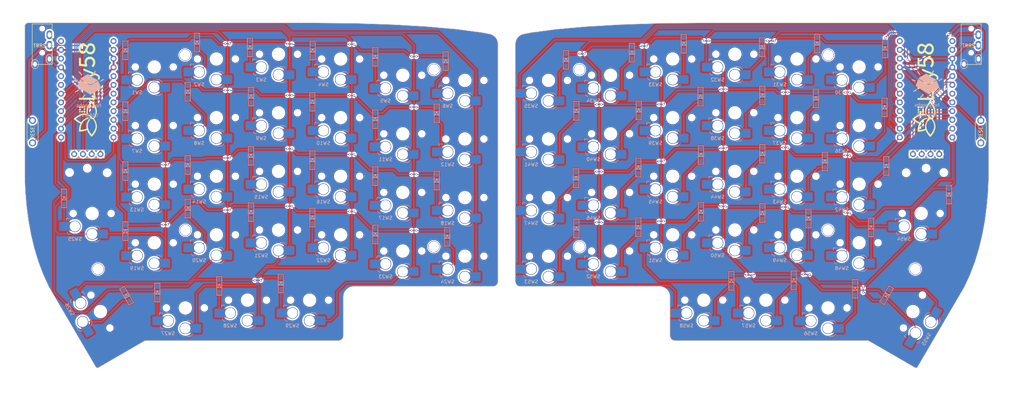
<source format=kicad_pcb>
(kicad_pcb (version 20240108) (generator "pcbnew") (generator_version "8.0")
  (layers (0 "F.Cu" signal) (31 "B.Cu" signal) (34 "B.Paste" user) (35 "F.Paste" user) (36 "B.SilkS" user "B.Silkscreen") (37 "F.SilkS" user "F.Silkscreen") (38 "B.Mask" user) (39 "F.Mask" user) (44 "Edge.Cuts" user))
  (net 0 "")
  (net 1 "Net-(D1-A)")
  (net 2 "row4")
  (net 3 "Net-(D2-A)")
  (net 4 "Net-(D3-A)")
  (net 5 "row0")
  (net 6 "Net-(D4-A)")
  (net 7 "row1")
  (net 8 "Net-(D5-A)")
  (net 9 "row2")
  (net 10 "Net-(D6-A)")
  (net 11 "row3")
  (net 12 "Net-(D7-A)")
  (net 13 "Net-(D8-A)")
  (net 14 "Net-(D9-A)")
  (net 15 "Net-(D10-A)")
  (net 16 "Net-(D11-A)")
  (net 17 "Net-(D12-A)")
  (net 18 "Net-(D13-A)")
  (net 19 "Net-(D14-A)")
  (net 20 "Net-(D15-A)")
  (net 21 "Net-(D16-A)")
  (net 22 "Net-(D17-A)")
  (net 23 "Net-(D18-A)")
  (net 24 "Net-(D19-A)")
  (net 25 "Net-(D20-A)")
  (net 26 "Net-(D21-A)")
  (net 27 "Net-(D22-A)")
  (net 28 "Net-(D23-A)")
  (net 29 "Net-(D24-A)")
  (net 30 "Net-(D25-A)")
  (net 31 "Net-(D26-A)")
  (net 32 "Net-(D27-A)")
  (net 33 "Net-(D28-A)")
  (net 34 "VCC")
  (net 35 "GND")
  (net 36 "col0")
  (net 37 "col1")
  (net 38 "col2")
  (net 39 "col3")
  (net 40 "col4")
  (net 41 "col5")
  (net 42 "SDA")
  (net 43 "Net-(D29-A)")
  (net 44 "SCL")
  (net 45 "RESET")
  (net 47 "DATA")
  (net 53 "row0_l")
  (net 54 "Net-(D30-A)")
  (net 55 "Net-(D31-A)")
  (net 56 "Net-(D32-A)")
  (net 57 "Net-(D33-A)")
  (net 58 "Net-(D34-A)")
  (net 59 "Net-(D35-A)")
  (net 60 "row1_l")
  (net 61 "Net-(D36-A)")
  (net 62 "Net-(D37-A)")
  (net 63 "Net-(D38-A)")
  (net 64 "Net-(D39-A)")
  (net 65 "Net-(D40-A)")
  (net 66 "Net-(D41-A)")
  (net 67 "row2_l")
  (net 68 "Net-(D42-A)")
  (net 69 "Net-(D43-A)")
  (net 70 "Net-(D44-A)")
  (net 71 "Net-(D45-A)")
  (net 72 "Net-(D46-A)")
  (net 73 "Net-(D47-A)")
  (net 74 "row3_l")
  (net 75 "Net-(D48-A)")
  (net 76 "Net-(D49-A)")
  (net 77 "Net-(D50-A)")
  (net 78 "Net-(D51-A)")
  (net 79 "Net-(D52-A)")
  (net 80 "Net-(D53-A)")
  (net 81 "row4_l")
  (net 82 "Net-(D54-A)")
  (net 83 "Net-(D55-A)")
  (net 84 "Net-(D56-A)")
  (net 85 "Net-(D57-A)")
  (net 86 "Net-(D58-A)")
  (net 88 "DATA_l")
  (net 89 "GNDA")
  (net 90 "VDD")
  (net 91 "SDA_l")
  (net 92 "SCL_l")
  (net 93 "RESET_l")
  (net 94 "col5_l")
  (net 95 "col4_l")
  (net 96 "col3_l")
  (net 97 "col2_l")
  (net 98 "col1_l")
  (net 99 "col0_l")
  (footprint "holykeebs:M2_SPACER" (layer "F.Cu") (at 120.84 152.39)
    (property "Reference" "TH3" (hide yes))
    (property "Value" "HOLE" (hide yes))
  )
  (footprint "kbd:MJ-4PP-9_1side" (layer "F.Cu") (at 79.43 143.23)
    (property "Reference" "J1")
    (property "Value" "4PIN" (hide yes))
  )
  (footprint "holykeebs:M2_HOLE_NPH" (layer "F.Cu") (at 92.24 185.6725)
    (property "Reference" "REF**" (hide yes))
    (property "Value" "M2_HOLE_NPH" (hide yes))
  )
  (footprint "holykeebs:M2_SPACER" (layer "F.Cu") (at 192.92 156.6)
    (property "Reference" "TH4" (hide yes))
    (property "Value" "HOLE" (hide yes))
  )
  (footprint "holykeebs:OLED_1side_1mm_holes" (layer "F.Cu") (at 88.691072 181.13)
    (property "Reference" "P1")
    (property "Value" "OLED" (hide yes))
  )
  (footprint "holykeebs:ProMicro_1mm_holes" (layer "F.Cu") (at 335.52449 162.824305)
    (property "Reference" "U2" (hide yes))
    (property "Value" "ProMicro" (hide yes))
  )
  (footprint "kbd:ResetSW_1side" (layer "F.Cu") (at 76.63 174.63 90)
    (property "Reference" "RSW1" (hide yes))
    (property "Value" "SW_RST")
  )
  (footprint "kbd:ResetSW_1side" (layer "F.Cu") (at 351.388362 174.63 90)
    (property "Reference" "RSW2" (hide yes))
    (property "Value" "SW_RST")
  )
  (footprint "kikit:Tab" (layer "F.Cu") (at 81.39 142.77 -90)
    (property "Reference" "REF**" (hide yes))
    (property "Value" "Tab")
  )
  (footprint "kbd:MJ-4PP-9_1side" (layer "F.Cu") (at 348.588362 143.23)
    (property "Reference" "J2")
    (property "Value" "4PIN" (hide yes))
  )
  (footprint "kikit:Tab" (layer "F.Cu") (at 192.24 219.87 90)
    (property "Reference" "REF**" (hide yes))
    (property "Value" "Tab")
  )
  (footprint "holykeebs:M2_SPACER" (layer "F.Cu") (at 120.94 203.2)
    (property "Reference" "TH5" (hide yes))
    (property "Value" "HOLE" (hide yes))
  )
  (footprint "Lily58-footprint:lily58_logo_3" (layer "F.Cu") (at 92.36 162.54 90)
    (property "Reference" "G***" (hide yes))
    (property "Value" "LOGO" (hide yes))
  )
  (footprint "holykeebs:ProMicro_1mm_holes" (layer "F.Cu") (at 92.491072 162.824305)
    (property "Reference" "U1" (hide yes))
    (property "Value" "ProMicro" (hide yes))
  )
  (footprint "holykeebs:M2_SPACER" (layer "F.Cu") (at 192.89 208)
    (property "Reference" "TH6" (hide yes))
    (property "Value" "HOLE" (hide yes))
  )
  (footprint "holykeebs:M2_SPACER" (layer "F.Cu") (at 95.62 214.47 90)
    (property "Reference" "TH7" (hide yes))
    (property "Value" "HOLE" (hide yes))
  )
  (footprint "kikit:Tab" (layer "F.Cu") (at 132.53 235.52 90)
    (property "Reference" "REF**" (hide yes))
    (property "Value" "Tab")
  )
  (footprint "holykeebs:OLED_1side_1mm_holes" (layer "F.Cu") (at 331.72449 181.125)
    (property "Reference" "P2")
    (property "Value" "OLED" (hide yes))
  )
  (footprint "Lily58-footprint:M2_HOLE_PCB" (layer "F.Cu") (at 98.25 186.5375)
    (property "Reference" "TH2" (hide yes))
    (property "Value" "HOLE")
  )
  (footprint "kikit:Tab" (layer "F.Cu") (at 202.09 144.94 -98)
    (property "Reference" "REF**" (hide yes))
    (property "Value" "Tab")
  )
  (footprint "Lily58-footprint:lily58_logo_3" (layer "F.Cu") (at 335.33 162.59 90)
    (property "Reference" "G***" (hide yes))
    (property "Value" "LOGO" (hide yes))
  )
  (footprint "Lily58-footprint:M2_HOLE_PCB" (layer "F.Cu") (at 87.35 186.4675)
    (property "Reference" "TH1" (hide yes))
    (property "Value" "HOLE")
  )
  (footprint "holykeebs:SW_choc_v1_HS_CPG135001S30_1u_flipped" (layer "B.Cu") (at 147.902472 186.146305 180)
    (property "Reference" "SW15")
    (property "Value" "SW_PUSH")
  )
  (footprint "PCM_marbastlib-choc:SW_choc_v1_HS_CPG135001S30_1u" (layer "B.Cu") (at 244.11589 175.246305 180)
    (property "Reference" "SW40")
    (property "Value" "SW_PUSH")
  )
  (footprint "holykeebs:SW_choc_v1_HS_CPG135001S30_1u_flipped" (layer "B.Cu") (at 147.902472 152.146305 180)
    (property "Reference" "SW3")
    (property "Value" "SW_PUSH")
  )
  (footprint "holykeebs:SW_choc_v1_HS_CPG135001S30_1u_flipped" (layer "B.Cu") (at 111.902472 155.846305 180)
    (property "Reference" "SW1")
    (property "Value" "SW_PUSH")
  )
  (footprint "holykeebs:SW_choc_v1_HS_CPG135001S30_1u_flipped" (layer "B.Cu") (at 111.902472 206.846305 180)
    (property "Reference" "SW19")
    (property "Value" "SW_PUSH")
  )
  (footprint "holykeebs:SW_choc_v1_HS_CPG135001S30_1u_flipped" (layer "B.Cu") (at 165.902472 204.546305 180)
    (property "Reference" "SW22")
    (property "Value" "SW_PUSH")
  )
  (footprint "holykeebs:SW_choc_v1_HS_CPG135001S30_1u_flipped" (layer "B.Cu") (at 183.902472 158.246305 180)
    (property "Reference" "SW5")
    (property "Value" "SW_PUSH")
  )
  (footprint "holykeebs:SW_choc_v1_HS_CPG135001S30_1u_flipped" (layer "B.Cu") (at 111.902472 172.846305 180)
    (property "Reference" "SW7")
    (property "Value" "SW_PUSH")
  )
  (footprint "PCM_marbastlib-choc:SW_choc_v1_HS_CPG135001S30_1u" (layer "B.Cu") (at 280.11589 169.146305 180)
    (property "Reference" "SW38")
    (property "Value" "SW_PUSH")
  )
  (footprint "holykeebs:M2_SPACER" (layer "B.Cu") (at 307.078362 203.2 180)
    (property "Reference" "TH5" (hide yes))
    (property "Value" "HOLE" (hide yes))
  )
  (footprint "kbd:D3_SMD_v2" (layer "B.Cu") (at 306.209999 183.27 -90)
    (property "Reference" "D43" (hide yes))
    (property "Value" "D" (hide yes))
  )
  (footprint "PCM_marbastlib-choc:SW_choc_v1_HS_CPG135001S30_1u" (layer "B.Cu") (at 262.11589 187.546305 180)
    (property "Reference" "SW45")
    (property "Value" "SW_PUSH")
  )
  (footprint "kikit:Tab" (layer "B.Cu") (at 225.928279 144.94004 -82)
    (property "Reference" "REF**" (hide yes))
    (property "Value" "Tab")
  )
  (footprint "kbd:D3_SMD_v2" (layer "B.Cu") (at 130.72 219.37 -90)
    (property "Reference" "D28" (hide yes))
    (property "Value" "D" (hide yes))
  )
  (footprint "PCM_marbastlib-choc:SW_choc_v1_HS_CPG135001S30_1u" (layer "B.Cu") (at 316.11589 155.846305 180)
    (property "Reference" "SW30")
    (property "Value" "SW_PUSH")
  )
  (footprint "PCM_marbastlib-choc:SW_choc_v1_HS_CPG135001S30_1u" (layer "B.Cu") (at 298.11589 204.546305 180)
    (property "Reference" "SW49")
    (property "Value" "SW_PUSH")
  )
  (footprint "kbd:D3_SMD_v2" (layer "B.Cu") (at 287.999999 150.1 -90)
    (property "Reference" "D32" (hide yes))
    (property "Value" "D" (hide yes))
  )
  (footprint "PCM_marbastlib-choc:SW_choc_v1_HS_CPG135001S30_1u" (layer "B.Cu") (at 226.11589 176.746305 180)
    (property "Reference" "SW41")
    (property "Value" "SW_PUSH")
  )
  (footprint "kbd:D3_SMD_v2" (layer "B.Cu") (at 324.009999 184.56 -90)
    (property "Reference" "D42" (hide yes))
    (property "Value" "D" (hide yes))
  )
  (footprint "PCM_marbastlib-choc:SW_choc_v1_HS_CPG135001S30_1u" (layer "B.Cu") (at 298.11589 187.546305 180)
    (property "Reference" "SW43")
    (property "Value" "SW_PUSH")
  )
  (footprint "kbd:D3_SMD_v2" (layer "B.Cu") (at 231.18 153.79 -90)
    (property "Reference" "D35" (hide yes))
    (property "Value" "D" (hide yes))
  )
  (footprint "holykeebs:M2_SPACER" (layer "B.Cu") (at 235.128362 208 180)
    (property "Reference" "TH6" (hide yes))
    (property "Value" "HOLE" (hide yes))
  )
  (footprint "kikit:Tab" (layer "B.Cu") (at 295.488362 235.52 90)
    (property "Reference" "REF**" (hide yes))
    (property "Value" "Tab")
  )
  (footprint "PCM_marbastlib-choc:SW_choc_v1_HS_CPG135001S30_1u" (layer "B.Cu") (at 280.11589 203.146305 180)
    (property "Reference" "SW50")
    (property "Value" "SW_PUSH")
  )
  (footprint "kbd:D3_SMD_v2" (layer "B.Cu") (at 139.61 150.14 -90)
    (property "Reference" "D3" (hide yes))
    (property "Value" "D" (hide yes))
  )
  (footprint "holykeebs:M2_SPACER" (layer "B.Cu") (at 235.098362 156.6 180)
    (property "Reference" "TH4" (hide yes))
    (property "Value" "HOLE" (hide yes))
  )
  (footprint "kbd:D3_SMD_v2" (layer "B.Cu") (at 303.94 149.04 -90)
    (property "Reference" "D31" (hide yes))
    (property "Value" "D" (hide yes))
  )
  (footprint "holykeebs:SW_choc_v1_HS_CPG135001S30_1u_flipped" (layer "B.Cu") (at 183.902472 175.246305 180)
    (property "Reference" "SW11")
    (property "Value" "SW_PUSH")
  )
  (footprint "PCM_marbastlib-choc:SW_choc_v1_HS_CPG135001S30_1u" (layer "B.Cu") (at 226.11589 159.746305 180)
    (property "Reference" "SW35")
    (property "Value" "SW_PUSH")
  )
  (footprint "kbd:D3_SMD_v2" (layer "B.Cu") (at 175.94 204.425 -90)
    (property "Reference" "D23" (hide yes))
    (property "Value" "D" (hide yes))
  )
  (footprint "kbd:D3_SMD_v2" (layer "B.Cu") (at 270.159999 164.45 -90)
    (property "Reference" "D39" (hide yes))
    (property "Value" "D" (hide yes))
  )
  (footprint "kbd:D3_SMD_v2" (layer "B.Cu") (at 112.78 221.29 -90)
    (property "Reference" "D27" (hide yes))
    (property "Value" "D" (hide yes))
  )
  (footprint "holykeebs:SW_choc_v1_HS_CPG135001S30_1u_flipped" (layer "B.Cu") (at 201.902472 176.746305 180)
    (property "Reference" "SW12")
    (property "Value" "SW_PUSH")
  )
  (footprint "kbd:D3_SMD_v2" (layer "B.Cu") (at 175.94 170.975 -90)
    (property "Reference" "D11" (hide yes))
    (property "Value" "D" (hide yes))
  )
  (footprint "holykeebs:SW_choc_v1_HS_CPG135001S30_1u_flipped" (layer "B.Cu") (at 129.902472 204.546305 180)
    (property "Reference" "SW20")
    (property "Value" "SW_PUSH")
  )
  (footprint "kbd:D3_SMD_v2" (layer "B.Cu") (at 157.8 151.06 -90)
    (property "Reference" "D4" (hide yes))
    (property "Value" "D" (hide yes))
  )
  (footprint "kbd:D3_SMD_v2" (layer "B.Cu") (at 234.209999 168.57 -90)
    (property "Reference" "D41" (hide yes))
    (property "Value" "D" (hide yes))
  )
  (footprint "kbd:D3_SMD_v2" (layer "B.Cu") (at 148.56 218.64 -90)
    (property "Reference" "D29" (hide yes))
    (property "Value" "D" (hide yes))
  )
  (footprint "kbd:D3_SMD_v2" (layer "B.Cu") (at 103.52 151.01 -90)
    (property "Reference" "D1" (hide yes))
    (property "Value" "D" (hide yes))
  )
  (footprint "PCM_marbastlib-choc:SW_choc_v1_HS_CPG135001S30_1u" (layer "B.Cu") (at 244.11589 209.246305 180)
    (property "Reference" "SW52")
    (property "Value" "SW_PUSH")
  )
  (footprint "kbd:D3_SMD_v2" (layer "B.Cu") (at 103.52 168.675 -90)
    (property "Reference" "D7" (hide yes))
    (property "Value" "D" (hide yes))
  )
  (footprint "kbd:D3_SMD_v2" (layer "B.Cu") (at 270.289999 197.85 -90)
    (property "Reference" "D51" (hide yes))
    (property "Value" "D" (hide yes))
  )
  (footprint "kbd:D3_SMD_v2" (layer "B.Cu") (at 314.979999 220.2 -90)
    (property "Reference" "D56" (hide yes))
    (property "Value" "D" (hide yes))
  )
  (footprint "holykeebs:SW_choc_v1_HS_CPG135001S30_1u_flipped" (layer "B.Cu") (at 147.902472 203.146305 180)
    (property "Reference" "SW21")
    (property "Value" "SW_PUSH")
  )
  (footprint "holykeebs:SW_choc_v1_HS_CPG135001S30_1u_flipped" (layer "B.Cu") (at 183.902472 209.246305 180)
    (property "Reference" "SW23")
    (property "Value" "SW_PUSH")
  )
  (footprint "holykeebs:SW_choc_v1_HS_CPG135001S30_1u_flipped" (layer "B.Cu") (at 129.902472 170.546305 180)
    (property "Reference" "SW8")
    (property "Value" "SW_PUSH")
  )
  (footprint "kbd:D3_SMD_v2" (layer "B.Cu") (at 303.599999 164.97 -90)
    (property "Reference" "D37" (hide yes))
    (property "Value" "D" (hide yes))
  )
  (footprint "holykeebs:SW_choc_v1_HS_CPG135001S30_1u_flipped" (layer "B.Cu") (at 129.902472 153.546305 180)
    (property "Reference" "SW2")
    (property "Value" "SW_PUSH")
  )
  (footprint "kbd:D3_SMD_v2" (layer "B.Cu") (at 250.299999 151.7 -90)
    (property "Reference" "D34" (hide yes))
    (property "Value" "D" (hide yes))
  )
  (footprint "kbd:D3_SMD_v2" (layer "B.Cu") (at 279.119999 217.89 -90)
    (property "Reference" "D58" (hide yes))
    (property "Value" "D" (hide yes))
  )
  (footprint "PCM_marbastlib-choc:SW_choc_v1_HS_CPG135001S30_1u" (layer "B.Cu") (at 316.11589 172.846305 180)
    (property "Reference" "SW36")
    (property "Value" "SW_PUSH")
  )
  (footprint "PCM_marbastlib-choc:SW_choc_v1_HS_CPG135001S30_1u" (layer "B.Cu") (at 298.11589 153.546305 180)
    (property "Reference" "SW31")
    (property "Value" "SW_PUSH")
  )
  (footprint "PCM_marbastlib-choc:SW_choc_v1_HS_CPG135001S30_1u" (layer "B.Cu") (at 271.11589 223.496305 180)
    (property "Reference" "SW58")
    (property "Value" "SW_PUSH")
  )
  (footprint "Lily58-footprint:M2_HOLE_PCB" (layer "B.Cu") (at 329.768362 186.5375 180)
    (property "Reference" "TH2" (hide yes))
    (property "Value" "HOLE")
  )
  (footprint "kbd:D3_SMD_v2" (layer "B.Cu") (at 121.59 184.3 -90)
    (property "Reference" "D14" (hide yes))
    (property "Value" "D" (hide yes))
  )
  (footprint "kbd:D3_SMD_v2" (layer "B.Cu") (at 193.73 188.81 -90)
    (property "Reference" "D18" (hide yes))
    (property "Value" "D" (hide yes))
  )
  (footprint "PCM_marbastlib-choc:SW_choc_v1_HS_CPG135001S30_1u" (layer "B.Cu") (at 289.11589 223.496305 180)
    (property "Reference" "SW57")
    (property "Value" "SW_PUSH")
  )
  (footprint "kikit:Tab" (layer "B.Cu") (at 346.628279 142.77004 -90)
    (property "Reference" "REF**" (hide yes))
    (property "Value" "Tab")
  )
  (footprint "kbd:D3_SMD_v2" (layer "B.Cu") (at 342.169999 192.87 -90)
    (property "Reference" "D54" (hide yes))
    (property "Value" "D" (hide yes))
  )
  (footprint "kbd:D3_SMD_v2" (layer "B.Cu") (at 157.7 199.52 -90)
    (property "Reference" "D22" (hide yes))
    (property "Value" "D" (hide yes))
  )
  (footprint "kbd:D3_SMD_v2" (layer "B.Cu") (at 323.669999 150.47 -90)
    (property "Reference" "D30" (hide yes))
    (property "Value" "D" (hide yes))
  )
  (footprint "kbd:D3_SMD_v2" (layer "B.Cu") (at 234.209999 202.71 -90)
    (property "Reference" "D53" (hide yes))
    (property "Value" "D" (hide yes))
  )
  (footprint "kbd:D3_SMD_v2" (layer "B.Cu") (at 121.59 163.04 -90)
    (property "Reference" "D8" (hide yes))
    (property "Value" "D" (hide yes))
  )
  (footprint "holykeebs:SW_choc_v1_HS_CPG135001S30_1u_flipped" (layer "B.Cu") (at 156.902472 223.496305 180)
    (property "Reference" "SW29")
    (property "Value" "SW_PUSH")
  )
  (footprint "kbd:D3_SMD_v2" (layer "B.Cu") (at 252.149999 185.02 -90)
    (property "Reference" "D46" (hide yes))
    (property "Value" "D" (hide yes))
  )
  (footprint "kbd:D3_SMD_v2" (layer "B.Cu") (at 157.7 165.92 -90)
    (property "Reference" "D10" (hide yes))
    (property "Value" "D" (hide yes))
  )
  (footprint "kbd:D3_SMD_v2" (layer "B.Cu") (at 301.449999 199.8 -90)
    (property "Reference" "D49" (hide yes))
    (property "Value" "D" (hide yes))
  )
  (footprint "kbd:D3_SMD_v2" (layer "B.Cu") (at 103.52 203.475 -90)
    (property "Reference" "D19" (hide yes))
    (property "Value" "D" (hide yes))
  )
  (footprint "holykeebs:SW_choc_v1_HS_CPG135001S30_1u_flipped" (layer "B.Cu") (at 129.902472 187.546305 180)
    (property "Reference" "SW14")
    (property "Value" "SW_PUSH")
  )
  (footprint "holykeebs:SW_choc_v1_HS_CPG135001S30_1u_flipped" (layer "B.Cu") (at 120.902472 225.746305 180)
    (property "Reference" "SW27")
    (property "Value" "SW_PUSH")
  )
  (footprint "Lily58-footprint:M2_HOLE_PCB" (layer "B.Cu") (at 340.668362 186.4675 180)
    (property "Reference" "TH1" (hide yes))
    (property "Value" "HOLE")
  )
  (footprint "kbd:D3_SMD_v2" (layer "B.Cu") (at 124.28 148.77 -90)
    (property "Reference" "D2" (hide yes))
    (property "Value" "D" (hide yes))
  )
  (footprint "holykeebs:SW_choc_v1_HS_CPG135001S30_1u_flipped" (layer "B.Cu") (at 201.902472 159.746305 180)
    (property "Reference" "SW6")
    (property "Value" "SW_PUSH")
  )
  (footprint "holykeebs:M2_SPACER" (layer "B.Cu") (at 307.178362 152.39 180)
    (property "Reference" "TH3" (hide yes))
    (property "Value" "HOLE" (hide yes))
  )
  (footprint "kbd:D3_SMD_v2" (layer "B.Cu") (at 157.7 182.87 -90)
    (property "Reference" "D16" (hide yes))
    (property "Value" "D" (hide yes))
  )
  (footprint "kbd:D3_SMD_v2" (layer "B.Cu") (at 103.52 186.05 -90)
    (property "Reference" "D13" (hide yes))
    (property "Value" "D" (hide yes))
  )
  (footprint "kbd:D3_SMD_v2" (layer "B.Cu") (at 193.73 169.3 -90)
    (property "Reference" "D12" (hide yes))
    (property "Value" "D" (hide yes))
  )
  (footprint "PCM_marbastlib-choc:SW_choc_v1_HS_CPG135001S30_1u" (layer "B.Cu") (at 280.11589 186.146305 180)
    (property "Reference" "SW44")
    (property "Value" "SW_PUSH")
  )
  (footprint "holykeebs:SW_choc_v1_HS_CPG135001S30_1u_flipped" (layer "B.Cu") (at 111.902472 189.846305 180)
    (property "Reference" "SW13")
    (property "Value" "SW_PUSH")
  )
  (footprint "PCM_marbastlib-choc:SW_choc_v1_HS_CPG135001S30_1u" (layer "B.Cu") (at 307.11589 225.746305 180)
    (property "Reference" "SW56")
    (property "Value" "SW_PUSH")
  )
  (footprint "kbd:D3_SMD_v2" (layer "B.Cu") (at 85.77 193.96 -90)
    (property "Reference" "D25" (hide yes))
    (property "Value" "D" (hide yes))
  )
  (footprint "holykeebs:SW_choc_v1_HS_CPG135001S30_1u_flipped" (layer "B.Cu") (at 138.902472 223.496305 180)
    (property "Reference" "SW28")
    (property "Value" "SW_PUSH")
  )
  (footprint "kbd:D3_SMD_v2" (layer "B.Cu") (at 323.499999 167.56 -90)
    (property "Reference" "D36" (hide yes))
    (property "Value" "D" (hide yes))
  )
  (footprint "PCM_marbastlib-choc:SW_choc_v1_HS_CPG135001S30_1u" (layer "B.Cu") (at 244.11589 158.246305 180)
    (property "Reference" "SW34")
    (property "Value" "SW_PUSH")
  )
  (footprint "holykeebs:SW_choc_v1_HS_CPG135001S30_1u_flipped" (layer "B.Cu") (at 183.902472 192.246305 180)
    (property "Reference" "SW17")
    (property "Value" "SW_PUSH")
  )
  (footprint "kbd:D3_SMD_v2" (layer "B.Cu") (at 324.089999 222.08 60)
    (property "Reference" "D55" (hide yes))
    (property "Value" "D" (hide yes))
  )
  (footprint "kbd:D3_SMD_v2" (layer "B.Cu") (at 265.299999 149.1 -90)
    (property "Reference" "D33" (hide yes))
    (property "Value" "D" (hide yes))
  )
  (footprint "holykeebs:SW_choc_v1_HS_CPG135001S30_1u_flipped" (layer "B.Cu") (at 165.902472 187.546305 180)
    (property "Reference" "SW16")
    (property "Value" "SW_PUSH")
  )
  (footprint "PCM_marbastlib-choc:SW_choc_v1_HS_CPG135001S30_1.5u" (layer "B.Cu") (at 96.291169 226.804921 120)
    (property "Reference" "SW26")
    (property "Value" "SW_PUSH")
  )
  (footprint "PCM_marbastlib-choc:SW_choc_v1_HS_CPG135001S30_1.5u" (layer "B.Cu") (at 331.72711 226.804961 -120)
    (property "Reference" "SW55")
    (property "Value" "SW_PUSH")
  )
  (footprint "kbd:D3_SMD_v2" (layer "B.Cu") (at 288.089999 198.22 -90)
    (property "Reference" "D50" (hide yes))
    (property "Value" "D" (hide yes))
  )
  (footprint "PCM_marbastlib-choc:SW_choc_v1_HS_CPG135001S30_1u" (layer "B.Cu") (at 262.11589 153.546305 180)
    (property "Reference" "SW33")
    (property "Value" "SW_PUSH")
  )
  (footprint "PCM_marbastlib-choc:SW_choc_v1_HS_CPG135001S30_1u" (layer "B.Cu") (at 316.11589 189.846305 180)
    (property "Reference" "SW42")
    (property "Value" "SW_PUSH")
  )
  (footprint "kbd:D3_SMD_v2" (layer "B.Cu") (at 139.93 181.625 -90)
    (property "Reference" "D15" (hide yes))
    (property "Value" "D" (hide yes))
  )
  (footprint "kbd:D3_SMD_v2" (layer "B.Cu") (at 139.93 197.95 -90)
    (property "Reference" "D21" (hide yes))
    (property "Value" "D" (hide yes))
  )
  (footprint "kbd:D3_SMD_v2" (layer "B.Cu") (at 121.59 196.92 -90)
    (property "Reference" "D20" (hide yes))
    (property "Value" "D" (hide yes))
  )
  (footprint "holykeebs:SW_choc_v1_HS_CPG135001S30_1u_flipped" (layer "B.Cu") (at 93.902472 198.346305 180)
    (property "Reference" "SW25")
    (property "Value" "SW_PUSH")
  )
  (footprint "kbd:D3_SMD_v2" (layer "B.Cu") (at 196.78 205.09 -90)
    (property "Reference" "D24" (hide yes))
    (property "Value" "D" (hide yes))
  )
  (footprint "PCM_marbastlib-choc:SW_choc_v1_HS_CPG135001S30_1u" (layer "B.Cu") (at 262.11589 170.546305 180)
    (property "Reference" "SW39")
    (property "Value" "SW_PUSH")
  )
  (footprint "PCM_marbastlib-choc:SW_choc_v1_HS_CPG135001S30_1u" (layer "B.Cu") (at 280.11589 152.146305 180)
    (property "Reference" "SW32")
    (property "Value" "SW_PUSH")
  )
  (footprint "holykeebs:SW_choc_v1_HS_CPG135001S30_1u_flipped" (layer "B.Cu") (at 201.902472 210.746305 180)
    (property "Reference" "SW24")
    (property "Value" "SW_PUSH")
  )
  (footprint "PCM_marbastlib-choc:SW_choc_v1_HS_CPG135001S30_1u" (layer "B.Cu") (at 226.11589 193.746305 180)
    (property "Reference" "SW47")
    (property "Value" "SW_PUSH")
  )
  (footprint "kbd:D3_SMD_v2" (layer "B.Cu") (at 196.32 154.16 -90)
    (property "Reference" "D6" (hide yes))
    (property "Value" "D" (hide yes))
  )
  (footprint "PCM_marbastlib-choc:SW_choc_v1_HS_CPG135001S30_1u" (layer "B.Cu") (at 298.11589 170.546305 180)
    (property "Reference" "SW37")
    (property "Value" "SW_PUSH")
  )
  (footprint "holykeebs:M2_SPACER" (layer "B.Cu") (at 332.398362 214.47 90)
    (property "Reference" "TH7" (hide yes))
    (property "Value" "HOLE" (hide yes))
  )
  (footprint "PCM_marbastlib-choc:SW_choc_v1_HS_CPG135001S30_1u" (layer "B.Cu") (at 316.11589 206.846305 180)
    (property "Reference" "SW48")
    (property "Value" "SW_PUSH")
  )
  (footprint "kbd:D3_SMD_v2" (layer "B.Cu") (at 319.609999 202.41 -90)
    (property "Reference" "D48" (hide yes))
    (property "Value" "D" (hide yes))
  )
  (footprint "kbd:D3_SMD_v2" (layer "B.Cu") (at 252.269999 168.45 -90)
    (property "Reference" "D40" (hide yes))
    (property "Value" "D" (hide yes))
  )
  (footprint "kbd:D3_SMD_v2" (layer "B.Cu") (at 139.93 164.425 -90)
    (property "Reference" "D9" (hide yes))
    (property "Value" "D" (hide yes))
  )
  (footprint "kbd:D3_SMD_v2" (layer "B.Cu") (at 270.289999 181.37 -90)
    (property "Reference" "D45" (hide yes))
    (property "Value" "D" (hide yes))
  )
  (footprint "kbd:D3_SMD_v2" (layer "B.Cu") (at 175.94 152.9 -90)
    (property "Reference" "D5" (hide yes))
    (property "Value" "D" (hide yes))
  )
  (footprint "holykeebs:logo .5x" (layer "B.Cu") (at 335.7625 161.86 180)
    (property "Reference" "REF**" (hide yes))
    (property "Value" "logo big" (hide yes))
  )
  (footprint "PCM_marbastlib-choc:SW_choc_v1_HS_CPG135001S30_1u" (layer "B.Cu") (at 334.11589 198.346305 180)
    (property "Reference" "SW54")
    (property "Value" "SW_PUSH")
  )
  (footprint "holykeebs:logo .5x" (layer "B.Cu") (at 92.88 162.01 180)
    (property "Reference" "REF**" (hide yes))
    (property "Value" "logo big" (hide yes))
  )
  (footprint "PCM_marbastlib-choc:SW_choc_v1_HS_CPG135001S30_1u" (layer "B.Cu") (at 226.11589 210.746305 180)
    (property "Reference" "SW53")
    (property "Value" "SW_PUSH")
  )
  (footprint "kbd:D3_SMD_v2" (layer "B.Cu") (at 252.149999 202.34 -90)
    (property "Reference" "D52" (hide yes))
    (property "Value" "D" (hide yes))
  )
  (footprint "kbd:D3_SMD_v2" (layer "B.Cu") (at 103.87 222.21 -60)
    (property "Reference" "D26" (hide yes))
    (property "Value" "D" (hide yes))
  )
  (footprint "kbd:D3_SMD_v2" (layer "B.Cu") (at 288.089999 181.02 -90)
    (property "Reference" "D44" (hide yes))
    (property "Value" "D" (hide yes))
  )
  (footprint "holykeebs:SW_choc_v1_HS_CPG135001S30_1u_flipped" (layer "B.Cu") (at 165.902472 153.546305 180)
    (property "Reference" "SW4")
    (property "Value" "SW_PUSH")
  )
  (footprint "holykeebs:SW_choc_v1_HS_CPG135001S30_1u_flipped" (layer "B.Cu") (at 165.902472 170.546305 180)
    (property "Reference" "SW10")
    (property "Value" "SW_PUSH")
  )
  (footprint "holykeebs:SW_choc_v1_HS_CPG135001S30_1u_flipped" (layer "B.Cu") (at 201.902472 193.746305 180)
    (property "Reference" "SW18")
    (property "Value" "SW_PUSH")
  )
  (footprint "PCM_marbastlib-choc:SW_choc_v1_HS_CPG135001S30_1u" (layer "B.Cu") (at 244.11589 192.246305 180)
    (property "Reference" "SW46")
    (property "Value" "SW_PUSH")
  )
  (footprint "kbd:D3_SMD_v2" (layer "B.Cu") (at 297.189999 217.74 -90)
    (property "Reference" "D57" (hide yes))
    (property "Value" "D" (hide yes))
  )
  (footprint "holykeebs:M2_HOLE_NPH" (layer "B.Cu") (at 335.778362 185.6725 180)
    (property "Reference" "REF**" (hide yes))
    (property "Value" "M2_HOLE_NPH" (hide yes))
  )
  (footprint "holykeebs:SW_choc_v1_HS_CPG135001S30_1u_flipped" (layer "B.Cu") (at 147.902472 169.146305 180)
    (property "Reference" "SW9")
    (property "Value" "SW_PUSH")
  )
  (footprint "PCM_marbastlib-choc:SW_choc_v1_HS_CPG135001S30_1u" (layer "B.Cu") (at 262.11589 204.546305 180)
    (property "Reference" "SW51")
    (property "Value" "SW_PUSH")
  )
  (footprint "kbd:D3_SMD_v2" (layer "B.Cu") (at 288.089999 164.09 -90)
    (property "Reference" "D38" (hide yes))
    (property "Value" "D" (hide yes))
  )
  (footprint "kikit:Tab" (layer "B.Cu") (at 235.778279 219.87004 90)
    (property "Reference" "REF**" (hide yes))
    (property "Value" "Tab")
  )
  (footprint "kbd:D3_SMD_v2" (layer "B.Cu") (at 175.94 187.525 -90)
    (property "Reference" "D17" (hide yes))
    (property "Value" "D" (hide yes))
  )
  (footprint "kbd:D3_SMD_v2" (layer "B.Cu") (at 234.099999 188.12 -90)
    (property "Reference" "D47" (hide yes))
    (property "Value" "D" (hide yes))
  )
  (gr_line (start 327.132053 240.107644) (end 328.807747 241.077783) (stroke (width 0.1)) (layer "Edge.Cuts"))
  (gr_line (start 84.746643 225.467326) (end 86.422337 228.333645) (stroke (width 0.1)) (layer "Edge.Cuts"))
  (gr_line (start 158.653266 143.033026) (end 75.390595 143.033026) (stroke (width 0.1)) (layer "Edge.Cuts"))
  (gr_line (start 206.928082 145.831423) (end 199.823143 144.891825) (stroke (width 0.1)) (layer "Edge.Cuts"))
  (gr_line (start 353.656371 143.871319) (end 353.595237 143.674159) (stroke (width 0.1)) (layer "Edge.Cuts"))
  (gr_line (start 343.271636 225.467366) (end 344.947331 222.601046) (stroke (width 0.1)) (layer "Edge.Cuts"))
  (gr_line (start 89.773726 234.066284) (end 91.449421 236.932604) (stroke (width 0.1)) (layer "Edge.Cuts"))
  (gr_line (start 353.214957 143.212265) (end 353.036591 143.115514) (stroke (width 0.1)) (layer "Edge.Cuts"))
  (gr_line (start 353.498485 143.495793) (end 353.370324 143.340427) (stroke (width 0.1)) (layer "Edge.Cuts"))
  (gr_line (start 353.036591 143.115514) (end 352.839432 143.054379) (stroke (width 0.1)) (layer "Edge.Cuts"))
  (gr_line (start 95.691249 243.103542) (end 95.859143 243.01802) (stroke (width 0.1)) (layer "Edge.Cuts"))
  (gr_line (start 218.009185 219.546304) (end 258.282841 219.546304) (stroke (width 0.1)) (layer "Edge.Cuts"))
  (gr_line (start 74.892682 196.403927) (end 75.423357 200.437089) (stroke (width 0.1)) (layer "Edge.Cuts"))
  (gr_line (start 95.532591 243.150732) (end 95.691249 243.103542) (stroke (width 0.1)) (layer "Edge.Cuts"))
  (gr_line (start 353.595237 143.674159) (end 353.498485 143.495793) (stroke (width 0.1)) (layer "Edge.Cuts"))
  (gr_line (start 81.395718 219.735804) (end 83.070948 222.601006) (stroke (width 0.1)) (layer "Edge.Cuts"))
  (gr_line (start 74.803322 143.212225) (end 74.647955 143.340387) (stroke (width 0.1)) (layer "Edge.Cuts"))
  (gr_line (start 95.859143 243.01802) (end 97.534837 242.047881) (stroke (width 0.1)) (layer "Edge.Cuts"))
  (gr_line (start 338.244553 234.066324) (end 339.920247 231.200005) (stroke (width 0.1)) (layer "Edge.Cuts"))
  (gr_line (start 333.217469 242.665283) (end 334.893164 239.798963) (stroke (width 0.1)) (layer "Edge.Cuts"))
  (gr_arc (start 209.100602 146.268343) (mid 210.825616 147.303186) (end 211.509094 149.195118) (stroke (width 0.1)) (layer "Edge.Cuts"))
  (gr_line (start 352.839432 143.054379) (end 352.627684 143.033066) (stroke (width 0.1)) (layer "Edge.Cuts"))
  (gr_line (start 332.485688 243.150772) (end 332.634642 243.160278) (stroke (width 0.1)) (layer "Edge.Cuts"))
  (gr_line (start 269.365013 143.033066) (end 257.626331 143.161958) (stroke (width 0.1)) (layer "Edge.Cuts"))
  (gr_line (start 333.124057 242.834454) (end 333.217469 242.665283) (stroke (width 0.1)) (layer "Edge.Cuts"))
  (gr_line (start 94.99968 242.969148) (end 95.116713 243.068796) (stroke (width 0.1)) (layer "Edge.Cuts"))
  (gr_arc (start 262.791102 235.257962) (mid 261.733961 234.816685) (end 261.296546 233.75794) (stroke (width 0.1)) (layer "Edge.Cuts"))
  (gr_line (start 74.538075 192.363825) (end 74.892682 196.403927) (stroke (width 0.1)) (layer "Edge.Cuts"))
  (gr_line (start 209.100602 146.268343) (end 206.928082 145.831423) (stroke (width 0.1)) (layer "Edge.Cuts"))
  (gr_arc (start 166.721733 222.5463) (mid 167.605289 220.420145) (end 169.735438 219.546264) (stroke (width 0.1)) (layer "Edge.Cuts"))
  (gr_line (start 351.868811 204.44155) (end 352.594922 200.437129) (stroke (width 0.1)) (layer "Edge.Cuts"))
  (gr_line (start 336.568858 236.932644) (end 338.244553 234.066324) (stroke (width 0.1)) (layer "Edge.Cuts"))
  (gr_line (start 346.622561 219.735844) (end 348.324136 216.064377) (stroke (width 0.1)) (layer "Edge.Cuts"))
  (gr_line (start 166.721733 233.7579) (end 166.721733 222.5463) (stroke (width 0.1)) (layer "Edge.Cuts"))
  (gr_line (start 339.920247 231.200005) (end 341.595942 228.333685) (stroke (width 0.1)) (layer "Edge.Cuts"))
  (gr_line (start 88.098032 231.199965) (end 89.773726 234.066284) (stroke (width 0.1)) (layer "Edge.Cuts"))
  (gr_line (start 75.390595 143.033026) (end 75.178847 143.054339) (stroke (width 0.1)) (layer "Edge.Cuts"))
  (gr_line (start 353.125597 196.403967) (end 353.480204 192.363865) (stroke (width 0.1)) (layer "Edge.Cuts"))
  (gr_line (start 353.480204 192.363865) (end 353.678366 188.338533) (stroke (width 0.1)) (layer "Edge.Cuts"))
  (gr_line (start 74.339913 150.389959) (end 74.339913 188.338493) (stroke (width 0.1)) (layer "Edge.Cuts"))
  (gr_arc (start 218.009185 219.546304) (mid 216.948543 219.106972) (end 216.509185 218.04634) (stroke (width 0.1)) (layer "Edge.Cuts"))
  (gr_line (start 236.80824 144.116792) (end 228.195136 144.891865) (stroke (width 0.1)) (layer "Edge.Cuts"))
  (gr_line (start 332.159136 243.01806) (end 332.32703 243.103582) (stroke (width 0.1)) (layer "Edge.Cuts"))
  (gr_line (start 332.901566 243.068836) (end 333.018599 242.969188) (stroke (width 0.1)) (layer "Edge.Cuts"))
  (gr_line (start 91.449421 236.932604) (end 93.125115 239.798923) (stroke (width 0.1)) (layer "Edge.Cuts"))
  (gr_line (start 95.244855 243.132709) (end 95.383637 243.160238) (stroke (width 0.1)) (layer "Edge.Cuts"))
  (gr_line (start 333.018599 242.969188) (end 333.124057 242.834454) (stroke (width 0.1)) (layer "Edge.Cuts"))
  (gr_line (start 75.178847 143.054339) (end 74.981688 143.115474) (stroke (width 0.1)) (layer "Edge.Cuts"))
  (gr_line (start 104.237615 238.167326) (end 105.91331 237.197187) (stroke (width 0.1)) (layer "Edge.Cuts"))
  (gr_line (start 102.561921 239.137465) (end 104.237615 238.167326) (stroke (width 0.1)) (layer "Edge.Cuts"))
  (gr_line (start 261.296546 222.54634) (end 261.296546 233.75794) (stroke (width 0.1)) (layer "Edge.Cuts"))
  (gr_line (start 350.92789 208.395431) (end 351.868811 204.44155) (stroke (width 0.1)) (layer "Edge.Cuts"))
  (gr_line (start 349.752789 212.276974) (end 350.92789 208.395431) (stroke (width 0.1)) (layer "Edge.Cuts"))
  (gr_line (start 109.264698 235.256909) (end 116.63508 235.257922) (stroke (width 0.1)) (layer "Edge.Cuts"))
  (gr_line (start 262.791102 235.257962) (end 311.383199 235.257962) (stroke (width 0.1)) (layer "Edge.Cuts"))
  (gr_line (start 116.63508 235.257922) (end 165.227177 235.257922) (stroke (width 0.1)) (layer "Edge.Cuts"))
  (gr_line (start 74.339913 188.338493) (end 74.538075 192.363825) (stroke (width 0.1)) (layer "Edge.Cuts"))
  (gr_line (start 199.823143 144.891825) (end 191.210039 144.116752) (stroke (width 0.1)) (layer "Edge.Cuts"))
  (gr_line (start 353.370324 143.340427) (end 353.214957 143.212265) (stroke (width 0.1)) (layer "Edge.Cuts"))
  (gr_arc (start 258.282841 219.546304) (mid 260.412991 220.420185) (end 261.296546 222.54634) (stroke (width 0.1)) (layer "Edge.Cuts"))
  (gr_arc (start 166.721733 233.7579) (mid 166.284318 234.816645) (end 165.227177 235.257922) (stroke (width 0.1)) (layer "Edge.Cuts"))
  (gr_line (start 311.383199 235.257962) (end 318.753581 235.256949) (stroke (width 0.1)) (layer "Edge.Cuts"))
  (gr_line (start 353.677684 144.083066) (end 353.656371 143.871319) (stroke (width 0.1)) (layer "Edge.Cuts"))
  (gr_arc (start 216.509185 149.195158) (mid 217.192662 147.303222) (end 218.917677 146.268383) (stroke (width 0.1)) (layer "Edge.Cuts"))
  (gr_line (start 323.780664 238.167366) (end 325.456358 239.137505) (stroke (width 0.1)) (layer "Edge.Cuts"))
  (gr_line (start 341.595942 228.333685) (end 343.271636 225.467366) (stroke (width 0.1)) (layer "Edge.Cuts"))
  (gr_line (start 332.32703 243.103582) (end 332.485688 243.150772) (stroke (width 0.1)) (layer "Edge.Cuts"))
  (gr_line (start 330.483442 242.047921) (end 332.159136 243.01806) (stroke (width 0.1)) (layer "Edge.Cuts"))
  (gr_line (start 353.678366 150.389999) (end 353.677684 144.083066) (stroke (width 0.1)) (layer "Edge.Cuts"))
  (gr_line (start 169.735438 219.546264) (end 210.009094 219.546264) (stroke (width 0.1)) (layer "Edge.Cuts"))
  (gr_line (start 74.361908 143.871279) (end 74.340595 144.083026) (stroke (width 0.1)) (layer "Edge.Cuts"))
  (gr_line (start 221.090197 145.831463) (end 218.917677 146.268383) (stroke (width 0.1)) (layer "Edge.Cuts"))
  (gr_line (start 352.627684 143.033066) (end 269.365013 143.033066) (stroke (width 0.1)) (layer "Edge.Cuts"))
  (gr_line (start 94.894222 242.834414) (end 94.99968 242.969148) (stroke (width 0.1)) (layer "Edge.Cuts"))
  (gr_line (start 100.886226 240.107604) (end 102.561921 239.137465) (stroke (width 0.1)) (layer "Edge.Cuts"))
  (gr_line (start 328.807747 241.077783) (end 330.483442 242.047921) (stroke (width 0.1)) (layer "Edge.Cuts"))
  (gr_line (start 79.694143 216.064337) (end 81.395718 219.735804) (stroke (width 0.1)) (layer "Edge.Cuts"))
  (gr_line (start 191.210039 144.116752) (end 181.321923 143.531638) (stroke (width 0.1)) (layer "Edge.Cuts"))
  (gr_line (start 74.981688 143.115474) (end 74.803322 143.212225) (stroke (width 0.1)) (layer "Edge.Cuts"))
  (gr_line (start 352.594922 200.437129) (end 353.125597 196.403967) (stroke (width 0.1)) (layer "Edge.Cuts"))
  (gr_line (start 353.678366 188.338533) (end 353.678366 150.389999) (stroke (width 0.1)) (layer "Edge.Cuts"))
  (gr_line (start 86.422337 228.333645) (end 88.098032 231.199965) (stroke (width 0.1)) (layer "Edge.Cuts"))
  (gr_arc (start 211.509094 218.0463) (mid 211.069748 219.106923) (end 210.009094 219.546264) (stroke (width 0.1)) (layer "Edge.Cuts"))
  (gr_line (start 97.534837 242.047881) (end 99.210532 241.077743) (stroke (width 0.1)) (layer "Edge.Cuts"))
  (gr_line (start 246.696356 143.531678) (end 236.80824 144.116792) (stroke (width 0.1)) (layer "Edge.Cuts"))
  (gr_line (start 257.626331 143.161958) (end 246.696356 143.531678) (stroke (width 0.1)) (layer "Edge.Cuts"))
  (gr_line (start 325.456358 239.137505) (end 327.132053 240.107644) (stroke (width 0.1)) (layer "Edge.Cuts"))
  (gr_line (start 332.773424 243.132749) (end 332.901566 243.068836) (stroke (width 0.1)) (layer "Edge.Cuts"))
  (gr_line (start 74.340595 144.083026) (end 74.339913 150.389959) (stroke (width 0.1)) (layer "Edge.Cuts"))
  (gr_line (start 170.391948 143.161918) (end 158.653266 143.033026) (stroke (width 0.1)) (layer "Edge.Cuts"))
  (gr_line (start 181.321923 143.531638) (end 170.391948 143.161918) (stroke (width 0.1)) (layer "Edge.Cuts"))
  (gr_line (start 94.80081 242.665243) (end 94.894222 242.834414) (stroke (width 0.1)) (layer "Edge.Cuts"))
  (gr_line (start 83.070948 222.601006) (end 84.746643 225.467326) (stroke (width 0.1)) (layer "Edge.Cuts"))
  (gr_line (start 74.519794 143.495753) (end 74.423042 143.674119) (stroke (width 0.1)) (layer "Edge.Cuts"))
  (gr_line (start 334.893164 239.798963) (end 336.568858 236.932644) (stroke (width 0.1)) (layer "Edge.Cuts"))
  (gr_line (start 228.195136 144.891865) (end 221.090197 145.831463) (stroke (width 0.1)) (layer "Edge.Cuts"))
  (gr_line (start 78.26549 212.276934) (end 79.694143 216.064337) (stroke (width 0.1)) (layer "Edge.Cuts"))
  (gr_line (start 99.210532 241.077743) (end 100.886226 240.107604) (stroke (width 0.1)) (layer "Edge.Cuts"))
  (gr_line (start 95.383637 243.160238) (end 95.532591 243.150732) (stroke (width 0.1)) (layer "Edge.Cuts"))
  (gr_line (start 74.423042 143.674119) (end 74.361908 143.871279) (stroke (width 0.1)) (layer "Edge.Cuts"))
  (gr_line (start 216.509185 149.195158) (end 216.509185 218.04634) (stroke (width 0.1)) (layer "Edge.Cuts"))
  (gr_line (start 344.947331 222.601046) (end 346.622561 219.735844) (stroke (width 0.1)) (layer "Edge.Cuts"))
  (gr_line (start 318.753581 235.256949) (end 322.104969 237.197227) (stroke (width 0.1)) (layer "Edge.Cuts"))
  (gr_line (start 211.509094 218.0463) (end 211.509094 149.195118) (stroke (width 0.1)) (layer "Edge.Cuts"))
  (gr_line (start 75.423357 200.437089) (end 76.149468 204.44151) (stroke (width 0.1)) (layer "Edge.Cuts"))
  (gr_line (start 105.91331 237.197187) (end 109.264698 235.256909) (stroke (width 0.1)) (layer "Edge.Cuts"))
  (gr_line (start 76.149468 204.44151) (end 77.090389 208.395391) (stroke (width 0.1)) (layer "Edge.Cuts"))
  (gr_line (start 77.090389 208.395391) (end 78.26549 212.276934) (stroke (width 0.1)) (layer "Edge.Cuts"))
  (gr_line (start 95.116713 243.068796) (end 95.244855 243.132709) (stroke (width 0.1)) (layer "Edge.Cuts"))
  (gr_line (start 74.647955 143.340387) (end 74.519794 143.495753) (stroke (width 0.1)) (layer "Edge.Cuts"))
  (gr_line (start 348.324136 216.064377) (end 349.752789 212.276974) (stroke (width 0.1)) (layer "Edge.Cuts"))
  (gr_line (start 93.125115 239.798923) (end 94.80081 242.665243) (stroke (width 0.1)) (layer "Edge.Cuts"))
  (gr_line (start 322.104969 237.197227) (end 323.780664 238.167366) (stroke (width 0.1)) (layer "Edge.Cuts"))
  (gr_line (start 332.634642 243.160278) (end 332.773424 243.132749) (stroke (width 0.1)) (layer "Edge.Cuts"))
  (gr_text "056af16" (at 338.54 170.29 0) (layer "B.SilkS") (effects (font (size 1 1)) (justify left bottom mirror)))
  (gr_text "056af16" (at 95.6575 170.44 0) (layer "B.SilkS") (effects (font (size 1 1)) (justify left bottom mirror)))
  (segment (start 103.657472 152.922472) (end 103.52 152.785) (width 0.25) (layer "B.Cu") (net 1))
  (segment (start 103.657472 159.596305) (end 103.657472 152.922472) (width 0.25) (layer "B.Cu") (net 1))
  (segment (start 142.772472 217.75) (end 141.072472 217.75) (width 0.25) (layer "F.Cu") (net 2))
  (via (at 141.072472 217.75) (size 0.6) (drill 0.4) (layers "F.Cu" "B.Cu") (net 2))
  (via (at 142.772472 217.75) (size 0.6) (drill 0.4) (layers "F.Cu" "B.Cu") (net 2))
  (segment (start 143.657472 216.865) (end 142.772472 217.75) (width 0.25) (layer "B.Cu") (net 2))
  (segment (start 111.447195 220.672805) (end 102.9825 220.672805) (width 0.25) (layer "B.Cu") (net 2))
  (segment (start 102.9825 220.672805) (end 98.427195 220.672805) (width 0.25) (layer "B.Cu") (net 2))
  (segment (start 82.9 221.2) (end 82.9 195.055) (width 0.25) (layer "B.Cu") (net 2))
  (segment (start 97.7 183) (end 100.102472 180.597528) (width 0.25) (layer "B.Cu") (net 2))
  (segment (start 85.581101 174.98) (end 86.1 175.498899) (width 0.25) (layer "B.Cu") (net 2))
  (segment (start 86.1 175.498899) (end 86.1 182.4) (width 0.25) (layer "B.Cu") (net 2))
  (segment (start 98.427195 220.672805) (end 92.1 227) (width 0.25) (layer "B.Cu") (net 2))
  (segment (start 92.1 227) (end 88.7 227) (width 0.25) (layer "B.Cu") (net 2))
  (segment (start 83.2564 189.6714) (end 83.2564 175.8236) (width 0.25) (layer "B.Cu") (net 2))
  (segment (start 130.875 217.75) (end 130.72 217.595) (width 0.25) (layer "B.Cu") (net 2))
  (segment (start 85.77 192.185) (end 83.2564 189.6714) (width 0.25) (layer "B.Cu") (net 2))
  (segment (start 112.605 219.515) (end 111.447195 220.672805) (width 0.25) (layer "B.Cu") (net 2))
  (segment (start 130.72 217.595) (end 123.440173 217.595) (width 0.25) (layer "B.Cu") (net 2))
  (segment (start 148.56 216.865) (end 143.657472 216.865) (width 0.25) (layer "B.Cu") (net 2))
  (segment (start 141.072472 217.75) (end 130.875 217.75) (width 0.25) (layer "B.Cu") (net 2))
  (segment (start 121.520173 219.515) (end 112.78 219.515) (width 0.25) (layer "B.Cu") (net 2))
  (segment (start 112.78 219.515) (end 112.605 219.515) (width 0.25) (layer "B.Cu") (net 2))
  (segment (start 88.7 227) (end 82.9 221.2) (width 0.25) (layer "B.Cu") (net 2))
  (segment (start 123.440173 217.595) (end 121.520173 219.515) (width 0.25) (layer "B.Cu") (net 2))
  (segment (start 100.102472 180.597528) (end 100.102472 176.286305) (width 0.25) (layer "B.Cu") (net 2))
  (segment (start 84.1 174.98) (end 85.581101 174.98) (width 0.25) (layer "B.Cu") (net 2))
  (segment (start 86.7 183) (end 97.7 183) (width 0.25) (layer "B.Cu") (net 2))
  (segment (start 86.1 182.4) (end 86.7 183) (width 0.25) (layer "B.Cu") (net 2))
  (segment (start 83.2564 175.8236) (end 84.1 174.98) (width 0.25) (layer "B.Cu") (net 2))
  (segment (start 82.9 195.055) (end 85.77 192.185) (width 0.25) (layer "B.Cu") (net 2))
  (segment (start 124.28 150.545) (end 126.552472 152.817472) (width 0.25) (layer "B.Cu") (net 3))
  (segment (start 126.552472 155.646305) (end 124.902472 157.296305) (width 0.25) (layer "B.Cu") (net 3))
  (segment (start 126.552472 152.817472) (end 126.552472 155.646305) (width 0.25) (layer "B.Cu") (net 3))
  (segment (start 139.657472 155.896305) (end 139.657472 151.962472) (width 0.25) (layer "B.Cu") (net 4))
  (segment (start 139.657472 151.962472) (end 139.61 151.915) (width 0.25) (layer "B.Cu") (net 4))
  (segment (start 133.772472 149.1) (end 132.522472 149.1) (width 0.25) (layer "F.Cu") (net 5))
  (segment (start 169.772472 149.26) (end 168.522472 149.26) (width 0.25) (layer "F.Cu") (net 5))
  (segment (start 151.772472 149.19) (end 150.522472 149.19) (width 0.25) (layer "F.Cu") (net 5))
  (segment (start 187.772472 152.81) (end 186.522472 152.81) (width 0.25) (layer "F.Cu") (net 5))
  (via (at 168.522472 149.26) (size 0.6) (drill 0.4) (layers "F.Cu" "B.Cu") (net 5))
  (via (at 187.772472 152.81) (size 0.6) (drill 0.4) (layers "F.Cu" "B.Cu") (net 5))
  (via (at 186.522472 152.81) (size 0.6) (drill 0.4) (layers "F.Cu" "B.Cu") (net 5))
  (via (at 151.772472 149.19) (size 0.6) (drill 0.4) (layers "F.Cu" "B.Cu") (net 5))
  (via (at 133.772472 149.1) (size 0.6) (drill 0.4) (layers "F.Cu" "B.Cu") (net 5))
  (via (at 169.772472 149.26) (size 0.6) (drill 0.4) (layers "F.Cu" "B.Cu") (net 5))
  (via (at 150.522472 149.19) (size 0.6) (drill 0.4) (layers "F.Cu" "B.Cu") (net 5))
  (via (at 132.522472 149.1) (size 0.6) (drill 0.4) (layers "F.Cu" "B.Cu") (net 5))
  (segment (start 195.97 152.735) (end 187.847472 152.735) (width 0.25) (layer "B.Cu") (net 5))
  (segment (start 149.475 148.365) (end 139.61 148.365) (width 0.25) (layer "B.Cu") (net 5))
  (segment (start 121.59 148.015) (end 104.74 148.015) (width 0.25) (layer "B.Cu") (net 5))
  (segment (start 186.21 152.81) (end 184.525 151.125) (width 0.25) (layer "B.Cu") (net 5))
  (segment (start 157.8 149.285) (end 151.867472 149.285) (width 0.25) (layer "B.Cu") (net 5))
  (segment (start 101.488 151.267) (end 101.488 164.740777) (width 0.25) (layer "B.Cu") (net 5))
  (segment (start 150.3 149.19) (end 149.475 148.365) (width 0.25) (layer "B.Cu") (net 5))
  (segment (start 122.61 146.995) (end 121.59 148.015) (width 0.25) (layer "B.Cu") (net 5))
  (segment (start 168.522472 149.26) (end 163.14 149.26) (width 0.25) (layer "B.Cu") (net 5))
  (segment (start 184.525 151.125) (end 175.94 151.125) (width 0.25) (layer "B.Cu") (net 5))
  (segment (start 103.52 149.235) (end 101.488 151.267) (width 0.25) (layer "B.Cu") (net 5))
  (segment (start 139.61 148.365) (end 134.507472 148.365) (width 0.25) (layer "B.Cu") (net 5))
  (segment (start 171.637472 151.125) (end 169.772472 149.26) (width 0.25) (layer "B.Cu") (net 5))
  (segment (start 151.867472 149.285) (end 151.772472 149.19) (width 0.25) (layer "B.Cu") (net 5))
  (segment (start 186.522472 152.81) (end 186.21 152.81) (width 0.25) (layer "B.Cu") (net 5))
  (segment (start 134.507472 148.365) (end 133.772472 149.1) (width 0.25) (layer "B.Cu") (net 5))
  (segment (start 163.115 149.285) (end 157.8 149.285) (width 0.25) (layer "B.Cu") (net 5))
  (segment (start 101.488 164.740777) (end 100.102472 166.126305) (width 0.25) (layer "B.Cu") (net 5))
  (segment (start 104.74 148.015) (end 103.52 149.235) (width 0.25) (layer "B.Cu") (net 5))
  (segment (start 175.94 151.125) (end 171.637472 151.125) (width 0.25) (layer "B.Cu") (net 5))
  (segment (start 163.14 149.26) (end 163.115 149.285) (width 0.25) (layer "B.Cu") (net 5))
  (segment (start 128.665 146.995) (end 122.61 146.995) (width 0.25) (layer "B.Cu") (net 5))
  (segment (start 132.522472 149.1) (end 130.77 149.1) (width 0.25) (layer "B.Cu") (net 5))
  (segment (start 196.32 152.385) (end 195.97 152.735) (width 0.25) (layer "B.Cu") (net 5))
  (segment (start 130.77 149.1) (end 128.665 146.995) (width 0.25) (layer "B.Cu") (net 5))
  (segment (start 187.847472 152.735) (end 187.772472 152.81) (width 0.25) (layer "B.Cu") (net 5))
  (segment (start 150.522472 149.19) (end 150.3 149.19) (width 0.25) (layer "B.Cu") (net 5))
  (segment (start 157.8 157.153777) (end 157.657472 157.296305) (width 0.25) (layer "B.Cu") (net 6))
  (segment (start 157.8 152.835) (end 157.8 157.153777) (width 0.25) (layer "B.Cu") (net 6))
  (segment (start 187.772472 167.49) (end 186.522472 167.49) (width 0.25) (layer "F.Cu") (net 7))
  (segment (start 151.772472 164.06) (end 150.522472 164.06) (width 0.25) (layer "F.Cu") (net 7))
  (segment (start 169.772472 164.16) (end 168.522472 164.16) (width 0.25) (layer "F.Cu") (net 7))
  (segment (start 133.772472 162.63) (end 132.522472 162.63) (width 0.25) (layer "F.Cu") (net 7))
  (via (at 150.522472 164.06) (size 0.6) (drill 0.4) (layers "F.Cu" "B.Cu") (net 7))
  (via (at 133.772472 162.63) (size 0.6) (drill 0.4) (layers "F.Cu" "B.Cu") (net 7))
  (via (at 168.522472 164.16) (size 0.6) (drill 0.4) (layers "F.Cu" "B.Cu") (net 7))
  (via (at 186.522472 167.49) (size 0.6) (drill 0.4) (layers "F.Cu" "B.Cu") (net 7))
  (via (at 151.772472 164.06) (size 0.6) (drill 0.4) (layers "F.Cu" "B.Cu") (net 7))
  (via (at 132.522472 162.63) (size 0.6) (drill 0.4) (layers "F.Cu" "B.Cu") (net 7))
  (via (at 169.772472 164.16) (size 0.6) (drill 0.4) (layers "F.Cu" "B.Cu") (net 7))
  (via (at 187.772472 167.49) (size 0.6) (drill 0.4) (layers "F.Cu" "B.Cu") (net 7))
  (segment (start 110.598695 159.821305) (end 103.52 166.9) (width 0.25) (layer "B.Cu") (net 7))
  (segment (start 126.07 162.63) (end 124.705 161.265) (width 0.25) (layer "B.Cu") (net 7))
  (segment (start 120.146305 159.821305) (end 110.598695 159.821305) (width 0.25) (layer "B.Cu") (net 7))
  (segment (start 151.857472 164.145) (end 151.772472 164.06) (width 0.25) (layer "B.Cu") (net 7))
  (segment (start 121.59 161.265) (end 120.146305 159.821305) (width 0.25) (layer "B.Cu") (net 7))
  (segment (start 178.1 169.2) (end 175.94 169.2) (width 0.25) (layer "B.Cu") (net 7))
  (segment (start 186.522472 167.49) (end 179.81 167.49) (width 0.25) (layer "B.Cu") (net 7))
  (segment (start 133.792472 162.65) (end 133.772472 162.63) (width 0.25) (layer "B.Cu") (net 7))
  (segment (start 193.73 167.525) (end 187.807472 167.525) (width 0.25) (layer "B.Cu") (net 7))
  (segment (start 142.79 164.06) (end 141.38 162.65) (width 0.25) (layer "B.Cu") (net 7))
  (segment (start 159.435 164.145) (end 157.7 164.145) (width 0.25) (layer "B.Cu") (net 7))
  (segment (start 132.522472 162.63) (end 126.07 162.63) (width 0.25) (layer "B.Cu") (net 7))
  (segment (start 124.705 161.265) (end 121.59 161.265) (width 0.25) (layer "B.Cu") (net 7))
  (segment (start 150.522472 164.06) (end 142.79 164.06) (width 0.25) (layer "B.Cu") (net 7))
  (segment (start 101.868777 166.9) (end 100.274088 168.494688) (width 0.25) (layer "B.Cu") (net 7))
  (segment (start 179.81 167.49) (end 178.1 169.2) (width 0.25) (layer "B.Cu") (net 7))
  (segment (start 159.45 164.16) (end 159.435 164.145) (width 0.25) (layer "B.Cu") (net 7))
  (segment (start 103.52 166.9) (end 101.868777 166.9) (width 0.25) (layer "B.Cu") (net 7))
  (segment (start 175.94 169.2) (end 174.812472 169.2) (width 0.25) (layer "B.Cu") (net 7))
  (segment (start 141.38 162.65) (end 139.93 162.65) (width 0.25) (layer "B.Cu") (net 7))
  (segment (start 187.807472 167.525) (end 187.772472 167.49) (width 0.25) (layer "B.Cu") (net 7))
  (segment (start 168.522472 164.16) (end 159.45 164.16) (width 0.25) (layer "B.Cu") (net 7))
  (segment (start 139.93 162.65) (end 133.792472 162.65) (width 0.25) (layer "B.Cu") (net 7))
  (segment (start 174.812472 169.2) (end 169.772472 164.16) (width 0.25) (layer "B.Cu") (net 7))
  (segment (start 157.7 164.145) (end 151.857472 164.145) (width 0.25) (layer "B.Cu") (net 7))
  (segment (start 175.94 154.675) (end 175.94 161.713777) (width 0.25) (layer "B.Cu") (net 8))
  (segment (start 175.94 161.713777) (end 175.657472 161.996305) (width 0.25) (layer "B.Cu") (net 8))
  (segment (start 169.772472 181.22) (end 168.522472 181.22) (width 0.25) (layer "F.Cu") (net 9))
  (segment (start 133.772472 182.26) (end 132.522472 182.26) (width 0.25) (layer "F.Cu") (net 9))
  (segment (start 187.772472 187) (end 186.522472 187) (width 0.25) (layer "F.Cu") (net 9))
  (segment (start 151.772472 179.58) (end 150.522472 179.58) (width 0.25) (layer "F.Cu") (net 9))
  (segment (start 115.772472 184.23) (end 114.522472 184.23) (width 0.25) (layer "F.Cu") (net 9))
  (via (at 169.772472 181.22) (size 0.6) (drill 0.4) (layers "F.Cu" "B.Cu") (net 9))
  (via (at 186.522472 187) (size 0.6) (drill 0.4) (layers "F.Cu" "B.Cu") (net 9))
  (via (at 115.772472 184.23) (size 0.6) (drill 0.4) (layers "F.Cu" "B.Cu") (net 9))
  (via (at 151.772472 179.58) (size 0.6) (drill 0.4) (layers "F.Cu" "B.Cu") (net 9))
  (via (at 132.522472 182.26) (size 0.6) (drill 0.4) (layers "F.Cu" "B.Cu") (net 9))
  (via (at 187.772472 187) (size 0.6) (drill 0.4) (layers "F.Cu" "B.Cu") (net 9))
  (via (at 168.522472 181.22) (size 0.6) (drill 0.4) (layers "F.Cu" "B.Cu") (net 9))
  (via (at 133.772472 182.26) (size 0.6) (drill 0.4) (layers "F.Cu" "B.Cu") (net 9))
  (via (at 114.522472 184.23) (size 0.6) (drill 0.4) (layers "F.Cu" "B.Cu") (net 9))
  (via (at 150.522472 179.58) (size 0.6) (drill 0.4) (layers "F.Cu" "B.Cu") (net 9))
  (segment (start 175.94 185.75) (end 174.302472 185.75) (width 0.25) (layer "B.Cu") (net 9))
  (segment (start 157.7 181.095) (end 153.287472 181.095) (width 0.25) (layer "B.Cu") (net 9))
  (segment (start 101.88 182.635) (end 101.88 172.983833) (width 0.25) (layer "B.Cu") (net 9))
  (segment (start 114.522472 184.23) (end 103.565 184.23) (width 0.25) (layer "B.Cu") (net 9))
  (segment (start 140.2 179.58) (end 139.93 179.85) (width 0.25) (layer "B.Cu") (net 9))
  (segment (start 136.182472 179.85) (end 133.772472 182.26) (width 0.25) (layer "B.Cu") (net 9))
  (segment (start 103.52 184.275) (end 101.88 182.635) (width 0.25) (layer "B.Cu") (net 9))
  (segment (start 103.565 184.23) (end 103.52 184.275) (width 0.25) (layer "B.Cu") (net 9))
  (segment (start 126.72 182.26) (end 126.455 182.525) (width 0.25) (layer "B.Cu") (net 9))
  (segment (start 187.807472 187.035) (end 187.772472 187) (width 0.25) (layer "B.Cu") (net 9))
  (segment (start 153.287472 181.095) (end 151.772472 179.58) (width 0.25) (layer "B.Cu") (net 9))
  (segment (start 181.27 185.75) (end 175.94 185.75) (width 0.25) (layer "B.Cu") (net 9))
  (segment (start 168.522472 181.22) (end 157.825 181.22) (width 0.25) (layer "B.Cu") (net 9))
  (segment (start 101.88 172.983833) (end 100.102472 171.206305) (width 0.25) (layer "B.Cu") (net 9))
  (segment (start 121.59 182.525) (end 117.477472 182.525) (width 0.25) (layer "B.Cu") (net 9))
  (segment (start 117.477472 182.525) (end 115.772472 184.23) (width 0.25) (layer "B.Cu") (net 9))
  (segment (start 174.302472 185.75) (end 169.772472 181.22) (width 0.25) (layer "B.Cu") (net 9))
  (segment (start 150.522472 179.58) (end 140.2 179.58) (width 0.25) (layer "B.Cu") (net 9))
  (segment (start 186.522472 187) (end 182.52 187) (width 0.25) (layer "B.Cu") (net 9))
  (segment (start 182.52 187) (end 181.27 185.75) (width 0.25) (layer "B.Cu") (net 9))
  (segment (start 139.93 179.85) (end 136.182472 179.85) (width 0.25) (layer "B.Cu") (net 9))
  (segment (start 132.522472 182.26) (end 126.72 182.26) (width 0.25) (layer "B.Cu") (net 9))
  (segment (start 126.455 182.525) (end 121.59 182.525) (width 0.25) (layer "B.Cu") (net 9))
  (segment (start 157.825 181.22) (end 157.7 181.095) (width 0.25) (layer "B.Cu") (net 9))
  (segment (start 193.73 187.035) (end 187.807472 187.035) (width 0.25) (layer "B.Cu") (net 9))
  (segment (start 193.73 163.423777) (end 193.657472 163.496305) (width 0.25) (layer "B.Cu") (net 10))
  (segment (start 193.657472 160.262528) (end 193.657472 163.496305) (width 0.25) (layer "B.Cu") (net 10))
  (segment (start 196.32 157.6) (end 193.657472 160.262528) (width 0.25) (layer "B.Cu") (net 10))
  (segment (start 196.32 155.935) (end 196.32 157.6) (width 0.25) (layer "B.Cu") (net 10))
  (segment (start 151.772472 196.22) (end 150.522472 196.22) (width 0.25) (layer "F.Cu") (net 11))
  (segment (start 133.772472 197.36) (end 132.522472 197.36) (width 0.25) (layer "F.Cu") (net 11))
  (segment (start 115.772472 201.62) (end 114.522472 201.62) (width 0.25) (layer "F.Cu") (net 11))
  (segment (start 169.772472 197.77) (end 168.522472 197.77) (width 0.25) (layer "F.Cu") (net 11))
  (segment (start 187.772472 203.29) (end 186.522472 203.29) (width 0.25) (layer "F.Cu") (net 11))
  (via (at 186.522472 203.29) (size 0.6) (drill 0.4) (layers "F.Cu" "B.Cu") (net 11))
  (via (at 132.522472 197.36) (size 0.6) (drill 0.4) (layers "F.Cu" "B.Cu") (net 11))
  (via (at 151.772472 196.22) (size 0.6) (drill 0.4) (layers "F.Cu" "B.Cu") (net 11))
  (via (at 114.522472 201.62) (size 0.6) (drill 0.4) (layers "F.Cu" "B.Cu") (net 11))
  (via (at 133.772472 197.36) (size 0.6) (drill 0.4) (layers "F.Cu" "B.Cu") (net 11))
  (via (at 150.522472 196.22) (size 0.6) (drill 0.4) (layers "F.Cu" "B.Cu") (net 11))
  (via (at 187.772472 203.29) (size 0.6) (drill 0.4) (layers "F.Cu" "B.Cu") (net 11))
  (via (at 168.522472 197.77) (size 0.6) (drill 0.4) (layers "F.Cu" "B.Cu") (net 11))
  (via (at 169.772472 197.77) (size 0.6) (drill 0.4) (layers "F.Cu" "B.Cu") (net 11))
  (via (at 115.772472 201.62) (size 0.6) (drill 0.4) (layers "F.Cu" "B.Cu") (net 11))
  (segment (start 186.522472 203.29) (end 176.5 203.29) (width 0.25) (layer "B.Cu") (net 11))
  (segment (start 153.297472 197.745) (end 151.772472 196.22) (width 0.25) (layer "B.Cu") (net 11))
  (segment (start 168.497472 197.745) (end 157.7 197.745) (width 0.25) (layer "B.Cu") (net 11))
  (segment (start 134.957472 196.175) (end 133.772472 197.36) (width 0.25) (layer "B.Cu") (net 11))
  (segment (start 100.102472 173.746305) (end 101.43 175.073833) (width 0.25) (layer "B.Cu") (net 11))
  (segment (start 109.55 201.7) (end 103.52 201.7) (width 0.25) (layer "B.Cu") (net 11))
  (segment (start 101.43 175.073833) (end 101.43 196.026116) (width 0.25) (layer "B.Cu") (net 11))
  (segment (start 157.7 197.745) (end 153.297472 197.745) (width 0.25) (layer "B.Cu") (net 11))
  (segment (start 196.78 203.315) (end 187.797472 203.315) (width 0.25) (layer "B.Cu") (net 11))
  (segment (start 187.797472 203.315) (end 187.772472 203.29) (width 0.25) (layer "B.Cu") (net 11))
  (segment (start 139.975 196.22) (end 139.93 196.175) (width 0.25) (layer "B.Cu") (net 11))
  (segment (start 168.522472 197.77) (end 168.497472 197.745) (width 0.25) (layer "B.Cu") (net 11))
  (segment (start 121.59 195.802472) (end 115.772472 201.62) (width 0.25) (layer "B.Cu") (net 11))
  (segment (start 175.43 202.14) (end 175.94 202.65) (width 0.25) (layer "B.Cu") (net 11))
  (segment (start 150.522472 196.22) (end 139.975 196.22) (width 0.25) (layer "B.Cu") (net 11))
  (segment (start 132.522472 197.36) (end 127.27 197.36) (width 0.25) (layer "B.Cu") (net 11))
  (segment (start 125.055 195.145) (end 121.59 195.145) (width 0.25) (layer "B.Cu") (net 11))
  (segment (start 101.43 196.026116) (end 103.52 198.116116) (width 0.25) (layer "B.Cu") (net 11))
  (segment (start 114.522472 201.62) (end 109.63 201.62) (width 0.25) (layer "B.Cu") (net 11))
  (segment (start 175.35 202.14) (end 175.43 202.14) (width 0.25) (layer "B.Cu") (net 11))
  (segment (start 121.59 195.145) (end 121.59 195.802472) (width 0.25) (layer "B.Cu") (net 11))
  (segment (start 127.27 197.36) (end 125.055 195.145) (width 0.25) (layer "B.Cu") (net 11))
  (segment (start 175.94 202.65) (end 174.652472 202.65) (width 0.25) (layer "B.Cu") (net 11))
  (segment (start 176.5 203.29) (end 175.35 202.14) (width 0.25) (layer "B.Cu") (net 11))
  (segment (start 103.52 198.116116) (end 103.52 201.7) (width 0.25) (layer "B.Cu") (net 11))
  (segment (start 109.63 201.62) (end 109.55 201.7) (width 0.25) (layer "B.Cu") (net 11))
  (segment (start 174.652472 202.65) (end 169.772472 197.77) (width 0.25) (layer "B.Cu") (net 11))
  (segment (start 139.93 196.175) (end 134.957472 196.175) (width 0.25) (layer "B.Cu") (net 11))
  (segment (start 103.52 170.45) (end 103.52 176.458833) (width 0.25) (layer "B.Cu") (net 12))
  (segment (start 103.52 176.458833) (end 103.657472 176.596305) (width 0.25) (layer "B.Cu") (net 12))
  (segment (start 121.59 164.815) (end 126.552472 169.777472) (width 0.25) (layer "B.Cu") (net 13))
  (segment (start 126.552472 169.777472) (end 126.552472 172.646305) (width 0.25) (layer "B.Cu") (net 13))
  (segment (start 126.552472 172.646305) (end 124.902472 174.296305) (width 0.25) (layer "B.Cu") (net 13))
  (segment (start 139.93 166.2) (end 139.93 172.623777) (width 0.25) (layer "B.Cu") (net 14))
  (segment (start 139.93 172.623777) (end 139.657472 172.896305) (width 0.25) (layer "B.Cu") (net 14))
  (segment (start 157.7 174.253777) (end 157.657472 174.296305) (width 0.25) (layer "B.Cu") (net 15))
  (segment (start 157.7 167.695) (end 157.7 174.253777) (width 0.25) (layer "B.Cu") (net 15))
  (segment (start 175.94 178.713777) (end 175.657472 178.996305) (width 0.25) (layer "B.Cu") (net 16))
  (segment (start 175.94 172.75) (end 175.94 178.713777) (width 0.25) (layer "B.Cu") (net 16))
  (segment (start 195.177472 180.321305) (end 195.352472 180.496305) (width 0.25) (layer "B.Cu") (net 17))
  (segment (start 193.73 171.075) (end 195.177472 172.522472) (width 0.25) (layer "B.Cu") (net 17))
  (segment (start 195.177472 172.522472) (end 195.177472 180.321305) (width 0.25) (layer "B.Cu") (net 17))
  (segment (start 103.52 193.458833) (end 103.657472 193.596305) (width 0.25) (layer "B.Cu") (net 18))
  (segment (start 103.52 187.825) (end 103.52 193.458833) (width 0.25) (layer "B.Cu") (net 18))
  (segment (start 121.59 186.075) (end 121.59 191.228833) (width 0.25) (layer "B.Cu") (net 19))
  (segment (start 121.59 191.228833) (end 121.657472 191.296305) (width 0.25) (layer "B.Cu") (net 19))
  (segment (start 139.93 183.4) (end 139.93 189.623777) (width 0.25) (layer "B.Cu") (net 20))
  (segment (start 139.93 189.623777) (end 139.657472 189.896305) (width 0.25) (layer "B.Cu") (net 20))
  (segment (start 157.7 191.253777) (end 157.657472 191.296305) (width 0.25) (layer "B.Cu") (net 21))
  (segment (start 157.7 184.645) (end 157.7 191.253777) (width 0.25) (layer "B.Cu") (net 21))
  (segment (start 175.94 189.3) (end 175.94 195.713777) (width 0.25) (layer "B.Cu") (net 22))
  (segment (start 175.94 195.713777) (end 175.657472 195.996305) (width 0.25) (layer "B.Cu") (net 22))
  (segment (start 193.73 190.585) (end 193.73 197.423777) (width 0.25) (layer "B.Cu") (net 23))
  (segment (start 193.73 197.423777) (end 193.657472 197.496305) (width 0.25) (layer "B.Cu") (net 23))
  (segment (start 103.52 205.25) (end 103.52 210.458833) (width 0.25) (layer "B.Cu") (net 24))
  (segment (start 103.52 210.458833) (end 103.657472 210.596305) (width 0.25) (layer "B.Cu") (net 24))
  (segment (start 126.552472 204.002472) (end 126.552472 206.646305) (width 0.25) (layer "B.Cu") (net 25))
  (segment (start 126.552472 206.646305) (end 124.902472 208.296305) (width 0.25) (layer "B.Cu") (net 25))
  (segment (start 121.59 198.695) (end 121.59 199.04) (width 0.25) (layer "B.Cu") (net 25))
  (segment (start 121.59 199.04) (end 126.552472 204.002472) (width 0.25) (layer "B.Cu") (net 25))
  (segment (start 139.93 206.623777) (end 139.657472 206.896305) (width 0.25) (layer "B.Cu") (net 26))
  (segment (start 139.93 199.725) (end 139.93 206.623777) (width 0.25) (layer "B.Cu") (net 26))
  (segment (start 157.7 208.253777) (end 157.657472 208.296305) (width 0.25) (layer "B.Cu") (net 27))
  (segment (start 157.7 201.295) (end 157.7 208.253777) (width 0.25) (layer "B.Cu") (net 27))
  (segment (start 175.94 206.2) (end 175.94 212.713777) (width 0.25) (layer "B.Cu") (net 28))
  (segment (start 175.94 212.713777) (end 175.657472 212.996305) (width 0.25) (layer "B.Cu") (net 28))
  (segment (start 198.552472 212.846305) (end 196.902472 214.496305) (width 0.25) (layer "B.Cu") (net 29))
  (segment (start 198.552472 208.637472) (end 198.552472 212.846305) (width 0.25) (layer "B.Cu") (net 29))
  (segment (start 196.78 206.865) (end 198.552472 208.637472) (width 0.25) (layer "B.Cu") (net 29))
  (segment (start 85.77 195.735) (end 85.77 201.983777) (width 0.25) (layer "B.Cu") (net 30))
  (segment (start 85.77 201.983777) (end 85.657472 202.096305) (width 0.25) (layer "B.Cu") (net 30))
  (segment (start 96.68 229.79) (end 96 229.79) (width 0.25) (layer "B.Cu") (net 31))
  (segment (start 104.7575 223.747195) (end 102.722805 223.747195) (width 0.25) (layer "B.Cu") (net 31))
  (segment (start 102.722805 223.747195) (end 96.68 229.79) (width 0.25) (layer "B.Cu") (net 31))
  (segment (start 95.989921 229.779921) (end 90.638446 229.779921) (width 0.25) (layer "B.Cu") (net 31))
  (segment (start 90.638446 229.779921) (end 90.638405 229.779962) (width 0.25) (layer "B.Cu") (net 31))
  (segment (start 96 229.79) (end 95.989921 229.779921) (width 0.25) (layer "B.Cu") (net 31))
  (segment (start 112.78 229.373777) (end 112.657472 229.496305) (width 0.25) (layer "B.Cu") (net 32))
  (segment (start 112.78 223.065) (end 112.78 229.373777) (width 0.25) (layer "B.Cu") (net 32))
  (segment (start 130.72 221.145) (end 130.72 227.183777) (width 0.25) (layer "B.Cu") (net 33))
  (segment (start 130.72 227.183777) (end 130.657472 227.246305) (width 0.25) (layer "B.Cu") (net 33))
  (segment (start 93.79 181.111072) (end 93.79 164.873833) (width 0.5) (layer "F.Cu") (net 34))
  (segment (start 93.771072 181.13) (end 93.79 181.111072) (width 0.5) (layer "F.Cu") (net 34))
  (segment (start 93.79 164.873833) (end 84.882472 155.966305) (width 0.5) (layer "F.Cu") (net 34))
  (segment (start 81.53 153.53) (end 83.73 155.73) (width 0.5) (layer "B.Cu") (net 34))
  (segment (start 83.73 155.73) (end 84.646167 155.73) (width 0.5) (layer "B.Cu") (net 34))
  (segment (start 84.646167 155.73) (end 84.882472 155.966305) (width 0.5) (layer "B.Cu") (net 34))
  (segment (start 100.102472 155.966305) (end 96.29 159.778777) (width 0.5) (layer "F.Cu") (net 35))
  (segment (start 96.29 181.108928) (end 96.311072 181.13) (width 0.5) (layer "F.Cu") (net 35))
  (segment (start 96.29 159.778777) (end 96.29 181.108928) (width 0.5) (layer "F.Cu") (net 35))
  (segment (start 100.102472 153.083072) (end 100.102472 155.966305) (width 0.5) (layer "F.Cu") (net 35))
  (segment (start 97.905705 150.886305) (end 100.102472 153.083072) (width 0.5) (layer "F.Cu") (net 35))
  (segment (start 84.882472 150.886305) (end 97.905705 150.886305) (width 0.5) (layer "F.Cu") (net 35))
  (segment (start 81.53 148.73) (end 82.41 149.61) (width 0.25) (layer "F.Cu") (net 35))
  (segment (start 76.63 171.38) (end 75.63 170.38) (width 0.5) (layer "B.Cu") (net 35))
  (segment (start 84.882472 150.886305) (end 82.886305 150.886305) (width 0.5) (layer "B.Cu") (net 35))
  (segment (start 75.63 153.974365) (end 80.074365 149.53) (width 0.5) (layer "B.Cu") (net 35))
  (segment (start 80.074365 149.53) (end 81.53 149.53) (width 0.5) (layer "B.Cu") (net 35))
  (segment (start 75.63 170.38) (end 75.63 153.974365) (width 0.5) (layer "B.Cu") (net 35))
  (segment (start 82.886305 150.886305) (end 81.53 149.53) (width 0.5) (layer "B.Cu") (net 35))
  (segment (start 205.147472 199.696305) (end 205.147472 216.696305) (width 0.25) (layer "B.Cu") (net 36))
  (segment (start 149.529188 143.63) (end 151.699188 145.8) (width 0.25) (layer "B.Cu") (net 36))
  (segment (start 88.83 148.51) (end 93.71 143.63) (width 0.25) (layer "B.Cu") (net 36))
  (segment (start 85.613695 163.586305) (end 88.83 160.37) (width 0.25) (layer "B.Cu") (net 36))
  (segment (start 85.225705 163.586305) (end 85.613695 163.586305) (width 0.25) (layer "B.Cu") (net 36))
  (segment (start 205.24 156.82) (end 205.147472 156.912528) (width 0.25) (layer "B.Cu") (net 36))
  (segment (start 205.147472 156.912528) (end 205.147472 165.696305) (width 0.25) (layer "B.Cu") (net 36))
  (segment (start 194.22 145.8) (end 205.24 156.82) (width 0.25) (layer "B.Cu") (net 36))
  (segment (start 151.699188 145.8) (end 194.22 145.8) (width 0.25) (layer "B.Cu") (net 36))
  (segment (start 88.83 160.37) (end 88.83 148.51) (width 0.25) (layer "B.Cu") (net 36))
  (segment (start 205.147472 182.696305) (end 205.147472 199.696305) (width 0.25) (layer "B.Cu") (net 36))
  (segment (start 93.71 143.63) (end 149.529188 143.63) (width 0.25) (layer "B.Cu") (net 36))
  (segment (start 205.147472 165.696305) (end 205.147472 182.696305) (width 0.25) (layer "B.Cu") (net 36))
  (segment (start 163.023695 229.446305) (end 164.8 227.67) (width 0.25) (layer "B.Cu") (net 37))
  (segment (start 187.147472 149.547472) (end 183.85 146.25) (width 0.25) (layer "B.Cu") (net 37))
  (segment (start 167.48 218.44) (end 180.658777 218.44) (width 0.25) (layer "B.Cu") (net 37))
  (segment (start 164.8 221.12) (end 167.48 218.44) (width 0.25) (layer "B.Cu") (net 37))
  (segment (start 187.147472 164.196305) (end 187.147472 181.196305) (width 0.25) (layer "B.Cu") (net 37))
  (segment (start 93.896396 144.08) (end 89.28 148.696396) (width 0.25) (layer "B.Cu") (net 37))
  (segment (start 187.147472 181.196305) (end 187.147472 198.196305) (width 0.25) (layer "B.Cu") (net 37))
  (segment (start 187.147472 198.196305) (end 187.147472 215.196305) (width 0.25) (layer "B.Cu") (net 37))
  (segment (start 180.658777 218.44) (end 183.902472 215.196305) (width 0.25) (layer "B.Cu") (net 37))
  (segment (start 187.147472 164.196305) (end 187.147472 149.547472) (width 0.25) (layer "B.Cu") (net 37))
  (segment (start 164.8 227.67) (end 164.8 221.12) (width 0.25) (layer "B.Cu") (net 37))
  (segment (start 160.147472 229.446305) (end 163.023695 229.446305) (width 0.25) (layer "B.Cu") (net 37))
  (segment (start 183.85 146.25) (end 151.512792 146.25) (width 0.25) (layer "B.Cu") (net 37))
  (segment (start 149.342792 144.08) (end 93.896396 144.08) (width 0.25) (layer "B.Cu") (net 37))
  (segment (start 151.512792 146.25) (end 149.342792 144.08) (width 0.25) (layer "B.Cu") (net 37))
  (segment (start 89.28 161.94) (end 85.093695 166.126305) (width 0.25) (layer "B.Cu") (net 37))
  (segment (start 85.093695 166.126305) (end 84.882472 166.126305) (width 0.25) (layer "B.Cu") (net 37))
  (segment (start 89.28 148.696396) (end 89.28 161.94) (width 0.25) (layer "B.Cu") (net 37))
  (segment (start 149.156396 144.53) (end 94.082792 144.53) (width 0.25) (layer "B.Cu") (net 38))
  (segment (start 167.5 146.7) (end 151.326396 146.7) (width 0.25) (layer "B.Cu") (net 38))
  (segment (start 142.147472 216.652528) (end 144.84 213.96) (width 0.25) (layer "B.Cu") (net 38))
  (segment (start 89.73 148.882792) (end 89.73 163.818777) (width 0.25) (layer "B.Cu") (net 38))
  (segment (start 169.147472 176.496305) (end 169.147472 193.496305) (width 0.25) (layer "B.Cu") (net 38))
  (segment (start 169.147472 148.347472) (end 167.5 146.7) (width 0.25) (layer "B.Cu") (net 38))
  (segment (start 89.73 163.818777) (end 84.882472 168.666305) (width 0.25) (layer "B.Cu") (net 38))
  (segment (start 162.438777 213.96) (end 165.902472 210.496305) (width 0.25) (layer "B.Cu") (net 38))
  (segment (start 142.147472 229.446305) (end 142.147472 216.652528) (width 0.25) (layer "B.Cu") (net 38))
  (segment (start 169.147472 193.496305) (end 169.147472 210.496305) (width 0.25) (layer "B.Cu") (net 38))
  (segment (start 94.082792 144.53) (end 89.73 148.882792) (width 0.25) (layer "B.Cu") (net 38))
  (segment (start 169.147472 159.496305) (end 169.147472 176.496305) (width 0.25) (layer "B.Cu") (net 38))
  (segment (start 144.84 213.96) (end 162.438777 213.96) (width 0.25) (layer "B.Cu") (net 38))
  (segment (start 169.147472 159.496305) (end 169.147472 148.347472) (width 0.25) (layer "B.Cu") (net 38))
  (segment (start 151.326396 146.7) (end 149.156396 144.53) (width 0.25) (layer "B.Cu") (net 38))
  (segment (start 124.147472 221.502528) (end 126.37 219.28) (width 0.25) (layer "B.Cu") (net 39))
  (segment (start 141.27 219.28) (end 141.697472 218.852528) (width 0.25) (layer "B.Cu") (net 39))
  (segment (start 151.147472 158.096305) (end 151.147472 175.096305) (width 0.25) (layer "B.Cu") (net 39))
  (segment (start 151.147472 175.096305) (end 151.147472 192.096305) (width 0.25) (layer "B.Cu") (net 39))
  (segment (start 94.269188 144.98) (end 90.18 149.069188) (width 0.25) (layer "B.Cu") (net 39))
  (segment (start 147.902472 212.067528) (end 147.902472 209.096305) (width 0.25) (layer "B.Cu") (net 39))
  (segment (start 90.18 165.908777) (end 85.054088 171.034688) (width 0.25) (layer "B.Cu") (net 39))
  (segment (start 141.697472 216.466132) (end 144.683604 213.48) (width 0.25) (layer "B.Cu") (net 39))
  (segment (start 126.37 219.28) (end 141.27 219.28) (width 0.25) (layer "B.Cu") (net 39))
  (segment (start 90.18 149.069188) (end 90.18 165.908777) (width 0.25) (layer "B.Cu") (net 39))
  (segment (start 146.49 213.48) (end 147.902472 212.067528) (width 0.25) (layer "B.Cu") (net 39))
  (segment (start 151.147472 147.157472) (end 148.97 144.98) (width 0.25) (layer "B.Cu") (net 39))
  (segment (start 124.147472 231.696305) (end 124.147472 221.502528) (width 0.25) (layer "B.Cu") (net 39))
  (segment (start 151.147472 158.096305) (end 151.147472 147.157472) (width 0.25) (layer "B.Cu") (net 39))
  (segment (start 151.147472 192.096305) (end 151.147472 209.096305) (width 0.25) (layer "B.Cu") (net 39))
  (segment (start 141.697472 218.852528) (end 141.697472 216.466132) (width 0.25) (layer "B.Cu") (net 39))
  (segment (start 148.97 144.98) (end 94.269188 144.98) (width 0.25) (layer "B.Cu") (net 39))
  (segment (start 144.683604 213.48) (end 146.49 213.48) (width 0.25) (layer "B.Cu") (net 39))
  (segment (start 90.63 149.255584) (end 90.63 167.63) (width 0.25) (layer "B.Cu") (net 40))
  (segment (start 121.908777 218.49) (end 129.902472 210.496305) (width 0.25) (layer "B.Cu") (net 40))
  (segment (start 130.28 145.43) (end 94.455584 145.43) (width 0.25) (layer "B.Cu") (net 40))
  (segment (start 91.970616 218.49) (end 121.908777 218.49) (width 0.25) (layer "B.Cu") (net 40))
  (segment (start 94.455584 145.43) (end 90.63 149.255584) (width 0.25) (layer "B.Cu") (net 40))
  (segment (start 88.921033 221.539583) (end 91.970616 218.49) (width 0.25) (layer "B.Cu") (net 40))
  (segment (start 133.147472 176.496305) (end 133.147472 193.496305) (width 0.25) (layer "B.Cu") (net 40))
  (segment (start 133.147472 159.496305) (end 133.147472 176.496305) (width 0.25) (layer "B.Cu") (net 40))
  (segment (start 133.147472 148.297472) (end 130.28 145.43) (width 0.25) (layer "B.Cu") (net 40))
  (segment (start 133.147472 159.496305) (end 133.147472 148.297472) (width 0.25) (layer "B.Cu") (net 40))
  (segment (start 133.147472 193.496305) (end 133.147472 210.496305) (width 0.25) (layer "B.Cu") (net 40))
  (segment (start 90.63 167.63) (end 84.8697 173.3903) (width 0.25) (layer "B.Cu") (net 40))
  (segment (start 83.35 196.305) (end 83.35 203.45) (width 0.25) (layer "B.Cu") (net 41))
  (segment (start 83.35 203.45) (end 84.196305 204.296305) (width 0.25) (layer "B.Cu") (net 41))
  (segment (start 84.196305 204.296305) (end 93.902472 204.296305) (width 0.25) (layer "B.Cu") (net 41))
  (segment (start 87.2 191) (end 87.2 193.5) (width 0.25) (layer "B.Cu") (net 41))
  (segment (start 84.882472 188.682472) (end 87.2 191) (width 0.25) (layer "B.Cu") (net 41))
  (segment (start 115.147472 161.796305) (end 115.147472 178.796305) (width 0.25) (layer "B.Cu") (net 41))
  (segment (start 115.147472 178.796305) (end 115.147472 195.796305) (width 0.25) (layer "B.Cu") (net 41))
  (segment (start 113.592472 204.225) (end 115.147472 205.78) (width 0.25) (layer "B.Cu") (net 41))
  (segment (start 85.755 193.9) (end 83.35 196.305) (width 0.25) (layer "B.Cu") (net 41))
  (segment (start 86.8 193.9) (end 85.755 193.9) (width 0.25) (layer "B.Cu") (net 41))
  (segment (start 97.218777 204.225) (end 113.592472 204.225) (width 0.25) (layer "B.Cu") (net 41))
  (segment (start 97.147472 204.296305) (end 97.218777 204.225) (width 0.25) (layer "B.Cu") (net 41))
  (segment (start 115.147472 205.78) (end 115.147472 212.796305) (width 0.25) (layer "B.Cu") (net 41))
  (segment (start 84.882472 175.943072) (end 84.882472 188.682472) (width 0.25) (layer "B.Cu") (net 41))
  (segment (start 115.147472 195.796305) (end 115.147472 205.78) (width 0.25) (layer "B.Cu") (net 41))
  (segment (start 87.2 193.5) (end 86.8 193.9) (width 0.25) (layer "B.Cu") (net 41))
  (segment (start 100.102472 158.506305) (end 100.102472 158.793924) (width 0.25) (layer "B.Cu") (net 42))
  (segment (start 88.691072 170.205324) (end 88.691072 181.13) (width 0.25) (layer "B.Cu") (net 42))
  (segment (start 100.102472 158.793924) (end 88.691072 170.205324) (width 0.25) (layer "B.Cu") (net 42))
  (segment (start 148.56 220.415) (end 148.56 227.148833) (width 0.25) (layer "B.Cu") (net 43))
  (segment (start 148.56 227.148833) (end 148.657472 227.246305) (width 0.25) (layer "B.Cu") (net 43))
  (segment (start 91.24 181.121072) (end 91.231072 181.13) (width 0.25) (layer "B.Cu") (net 44))
  (segment (start 99.6514 161.497377) (end 91.24 169.908777) (width 0.25) (layer "B.Cu") (net 44))
  (segment (start 91.24 169.908777) (end 91.24 181.121072) (width 0.25) (layer "B.Cu") (net 44))
  (segment (start 80.405 152.66401) (end 81.07901 151.99) (width 0.25) (layer "B.Cu") (net 45))
  (segment (start 81.07901 151.99) (end 83.446167 151.99) (width 0.25) (layer "B.Cu") (net 45))
  (segment (start 80.405 174.105) (end 80.405 152.66401) (width 0.25) (layer "B.Cu") (net 45))
  (segment (start 76.63 177.88) (end 80.405 174.105) (width 0.25) (layer "B.Cu") (net 45))
  (segment (start 83.446167 151.99) (end 84.882472 153.426305) (width 0.25) (layer "B.Cu") (net 45))
  (segment (start 98.826167 149.61) (end 100.102472 150.886305) (width 0.25) (layer "F.Cu") (net 47))
  (segment (start 98.826167 149.61) (end 84.484466 149.61) (width 0.25) (layer "F.Cu") (net 47))
  (segment (start 84.484466 149.61) (end 81.53 146.655534) (width 0.25) (layer "F.Cu") (net 47))
  (segment (start 81.53 146.655534) (end 81.53 146.53) (width 0.25) (layer "F.Cu") (net 47))
  (segment (start 325.189999 145.9) (end 329.399999 145.9) (width 0.25) (layer "F.Cu") (net 53))
  (segment (start 329.399999 145.9) (end 330.099999 146.6) (width 0.25) (layer "F.Cu") (net 53))
  (segment (start 330.099999 146.6) (end 330.099999 153.478353) (width 0.25) (layer "F.Cu") (net 53))
  (segment (start 323.699999 147.39) (end 325.189999 145.9) (width 0.25) (layer "F.Cu") (net 53))
  (segment (start 289.613282 148.3) (end 289.564698 148.251416) (width 0.25) (layer "F.Cu") (net 53))
  (segment (start 330.099999 153.478353) (end 330.260823 153.639177) (width 0.25) (layer "F.Cu") (net 53))
  (segment (start 236.49589 152) (end 235.24589 152) (width 0.25) (layer "F.Cu") (net 53))
  (segment (start 254.49589 149.8) (end 253.24589 149.8) (width 0.25) (layer "F.Cu") (net 53))
  (segment (start 272.49589 148.3) (end 271.24589 148.3) (width 0.25) (layer "F.Cu") (net 53))
  (segment (start 291.599999 148.3) (end 289.613282 148.3) (width 0.25) (layer "F.Cu") (net 53))
  (via (at 271.24589 148.3) (size 0.6) (drill 0.4) (layers "F.Cu" "B.Cu") (net 53))
  (via (at 272.49589 148.3) (size 0.6) (drill 0.4) (layers "F.Cu" "B.Cu") (net 53))
  (via (at 254.49589 149.8) (size 0.6) (drill 0.4) (layers "F.Cu" "B.Cu") (net 53))
  (via (at 253.24589 149.8) (size 0.6) (drill 0.4) (layers "F.Cu" "B.Cu") (net 53))
  (via (at 330.260823 153.639177) (size 0.6) (drill 0.4) (layers "F.Cu" "B.Cu") (net 53))
  (via (at 289.564698 148.251416) (size 0.6) (drill 0.4) (layers "F.Cu" "B.Cu") (net 53))
  (via (at 323.699999 147.39) (size 0.6) (drill 0.4) (layers "F.Cu" "B.Cu") (net 53))
  (via (at 291.599999 148.3) (size 0.6) (drill 0.4) (layers "F.Cu" "B.Cu") (net 53))
  (via (at 236.49589 152) (size 0.6) (drill 0.4) (layers "F.Cu" "B.Cu") (net 53))
  (via (at 235.24589 152) (size 0.6) (drill 0.4) (layers "F.Cu" "B.Cu") (net 53))
  (segment (start 238.57089 149.925) (end 236.49589 152) (width 0.25) (layer "B.Cu") (net 53))
  (segment (start 305.089999 147.265) (end 292.634999 147.265) (width 0.25) (layer "B.Cu") (net 53))
  (segment (start 235.24589 152) (end 231.195 152) (width 0.25) (layer "B.Cu") (net 53))
  (segment (start 256.97089 147.325) (end 254.49589 149.8) (width 0.25) (layer "B.Cu") (net 53))
  (segment (start 323.669999 148.695) (end 323.659999 148.685) (width 0.25) (layer "B.Cu") (net 53))
  (segment (start 289.564698 148.251416) (end 288.073583 148.251416) (width 0.25) (layer "B.Cu") (net 53))
  (segment (start 342.747951 166.126305) (end 330.260823 153.639177) (width 0.25) (layer "B.Cu") (net 53))
  (segment (start 288.073583 148.251416) (end 287.999999 148.325) (width 0.25) (layer "B.Cu") (net 53))
  (segment (start 342.795457 166.126305) (end 342.747951 166.126305) (width 0.25) (layer "B.Cu") (net 53))
  (segment (start 323.699999 148.665) (end 323.669999 148.695) (width 0.25) (layer "B.Cu") (net 53))
  (segment (start 323.659999 148.685) (end 306.509999 148.685) (width 0.25) (layer "B.Cu") (net 53))
  (segment (start 323.699999 147.39) (end 323.699999 148.665) (width 0.25) (layer "B.Cu") (net 53))
  (segment (start 292.634999 147.265) (end 291.599999 148.3) (width 0.25) (layer "B.Cu") (net 53))
  (segment (start 287.999999 148.325) (end 287.124999 148.325) (width 0.25) (layer "B.Cu") (net 53))
  (segment (start 287.099999 148.3) (end 272.49589 148.3) (width 0.25) (layer "B.Cu") (net 53))
  (segment (start 306.509999 148.685) (end 305.089999 147.265) (width 0.25) (layer "B.Cu") (net 53))
  (segment (start 265.299999 147.325) (end 256.97089 147.325) (width 0.25) (layer "B.Cu") (net 53))
  (segment (start 287.124999 148.325) (end 287.099999 148.3) (width 0.25) (layer "B.Cu") (net 53))
  (segment (start 343.589762 165.332) (end 342.795457 166.126305) (width 0.25) (layer "B.Cu") (net 53))
  (segment (start 231.195 152) (end 231.18 152.015) (width 0.25) (layer "B.Cu") (net 53))
  (segment (start 271.24589 148.3) (end 270.27089 147.325) (width 0.25) (layer "B.Cu") (net 53))
  (segment (start 270.27089 147.325) (end 265.299999 147.325) (width 0.25) (layer "B.Cu") (net 53))
  (segment (start 253.12089 149.925) (end 250.299999 149.925) (width 0.25) (layer "B.Cu") (net 53))
  (segment (start 250.299999 149.925) (end 238.57089 149.925) (width 0.25) (layer "B.Cu") (net 53))
  (segment (start 253.24589 149.8) (end 253.12089 149.925) (width 0.25) (layer "B.Cu") (net 53))
  (segment (start 323.669999 152.245) (end 323.669999 157.487196) (width 0.25) (layer "B.Cu") (net 54))
  (segment (start 323.669999 157.487196) (end 319.36089 161.796305) (width 0.25) (layer "B.Cu") (net 54))
  (segment (start 301.36089 153.39411) (end 301.36089 159.496305) (width 0.25) (layer "B.Cu") (net 55))
  (segment (start 303.94 150.815) (end 301.36089 153.39411) (width 0.25) (layer "B.Cu") (net 55))
  (segment (start 287.999999 153.457196) (end 283.36089 158.096305) (width 0.25) (layer "B.Cu") (net 56))
  (segment (start 287.999999 151.875) (end 287.999999 153.457196) (width 0.25) (layer "B.Cu") (net 56))
  (segment (start 265.299999 150.875) (end 265.299999 159.435414) (width 0.25) (layer "B.Cu") (net 57))
  (segment (start 265.299999 159.435414) (end 265.36089 159.496305) (width 0.25) (layer "B.Cu") (net 57))
  (segment (start 247.36089 156.414109) (end 247.36089 164.196305) (width 0.25) (layer "B.Cu") (net 58))
  (segment (start 250.379999 153.395) (end 247.36089 156.414109) (width 0.25) (layer "B.Cu") (net 58))
  (segment (start 229.36089 157.38411) (end 229.36089 165.696305) (width 0.25) (layer "B.Cu") (net 59))
  (segment (start 231.18 155.565) (end 229.36089 157.38411) (width 0.25) (layer "B.Cu") (net 59))
  (segment (start 241.39089 166.7) (end 240.14089 166.7) (width 0.25) (layer "F.Cu") (net 60))
  (segment (start 313.39089 163.2) (end 312.14089 163.2) (width 0.25) (layer "F.Cu") (net 60))
  (segment (start 295.39089 163.2) (end 294.14089 163.2) (width 0.25) (layer "F.Cu") (net 60))
  (segment (start 277.39089 162.3) (end 276.14089 162.3) (width 0.25) (layer "F.Cu") (net 60))
  (segment (start 259.39089 166.7) (end 258.14089 166.7) (width 0.25) (layer "F.Cu") (net 60))
  (via (at 294.14089 163.2) (size 0.6) (drill 0.4) (layers "F.Cu" "B.Cu") (net 60))
  (via (at 295.39089 163.2) (size 0.6) (drill 0.4) (layers "F.Cu" "B.Cu") (net 60))
  (via (at 258.14089 166.7) (size 0.6) (drill 0.4) (layers "F.Cu" "B.Cu") (net 60))
  (via (at 313.39089 163.2) (size 0.6) (drill 0.4) (layers "F.Cu" "B.Cu") (net 60))
  (via (at 259.39089 166.7) (size 0.6) (drill 0.4) (layers "F.Cu" "B.Cu") (net 60))
  (via (at 240.14089 166.7) (size 0.6) (drill 0.4) (layers "F.Cu" "B.Cu") (net 60))
  (via (at 276.14089 162.3) (size 0.6) (drill 0.4) (layers "F.Cu" "B.Cu") (net 60))
  (via (at 241.39089 166.7) (size 0.6) (drill 0.4) (layers "F.Cu" "B.Cu") (net 60))
  (via (at 312.14089 163.2) (size 0.6) (drill 0.4) (layers "F.Cu" "B.Cu") (net 60))
  (via (at 277.39089 162.3) (size 0.6) (drill 0.4) (layers "F.Cu" "B.Cu") (net 60))
  (segment (start 303.599999 163.195) (end 295.39589 163.195) (width 0.25) (layer "B.Cu") (net 60))
  (segment (start 335.009999 168.64) (end 328.619999 175.03) (width 0.25) (layer "B.Cu") (net 60))
  (segment (start 312.13589 163.195) (end 303.599999 163.195) (width 0.25) (layer "B.Cu") (net 60))
  (segment (start 324.849999 172.75) (end 324.849999 167.135) (width 0.25) (layer "B.Cu") (net 60))
  (segment (start 257.999999 166.7) (end 257.974999 166.675) (width 0.25) (layer "B.Cu") (net 60))
  (segment (start 239.799999 166.7) (end 239.704999 166.795) (width 0.25) (layer "B.Cu") (net 60))
  (segment (start 315.97589 165.785) (end 313.39089 163.2) (width 0.25) (layer "B.Cu") (net 60))
  (segment (start 323.499999 165.785) (end 315.97589 165.785) (width 0.25) (layer "B.Cu") (net 60))
  (segment (start 270.159999 162.675) (end 263.41589 162.675) (width 0.25) (layer "B.Cu") (net 60))
  (segment (start 295.39589 163.195) (end 295.39089 163.2) (width 0.25) (layer "B.Cu") (net 60))
  (segment (start 258.14089 166.7) (end 257.999999 166.7) (width 0.25) (layer "B.Cu") (net 60))
  (segment (start 252.269999 166.675) (end 241.41589 166.675) (width 0.25) (layer "B.Cu") (net 60))
  (segment (start 275.799999 162.3) (end 275.424999 162.675) (width 0.25) (layer "B.Cu") (net 60))
  (segment (start 241.41589 166.675) (end 241.39089 166.7) (width 0.25) (layer "B.Cu") (net 60))
  (segment (start 275.424999 162.675) (end 270.159999 162.675) (width 0.25) (layer "B.Cu") (net 60))
  (segment (start 324.849999 167.135) (end 323.499999 165.785) (width 0.25) (layer "B.Cu") (net 60))
  (segment (start 343.13589 168.666305) (end 343.109585 168.64) (width 0.25) (layer "B.Cu") (net 60))
  (segment (start 288.089999 162.315) (end 277.40589 162.315) (width 0.25) (layer "B.Cu") (net 60))
  (segment (start 276.14089 162.3) (end 275.799999 162.3) (width 0.25) (layer "B.Cu") (net 60))
  (segment (start 294.14089 163.2) (end 292.699999 163.2) (width 0.25) (layer "B.Cu") (net 60))
  (segment (start 312.14089 163.2) (end 312.13589 163.195) (width 0.25) (layer "B.Cu") (net 60))
  (segment (start 327.129999 175.03) (end 324.849999 172.75) (width 0.25) (layer "B.Cu") (net 60))
  (segment (start 328.619999 175.03) (end 327.129999 175.03) (width 0.25) (layer "B.Cu") (net 60))
  (segment (start 239.704999 166.795) (end 234.209999 166.795) (width 0.25) (layer "B.Cu") (net 60))
  (segment (start 240.14089 166.7) (end 239.799999 166.7) (width 0.25) (layer "B.Cu") (net 60))
  (segment (start 343.109585 168.64) (end 335.009999 168.64) (width 0.25) (layer "B.Cu") (net 60))
  (segment (start 257.974999 166.675) (end 252.269999 166.675) (width 0.25) (layer "B.Cu") (net 60))
  (segment (start 263.41589 162.675) (end 259.39089 166.7) (width 0.25) (layer "B.Cu") (net 60))
  (segment (start 292.699999 163.2) (end 291.814999 162.315) (width 0.25) (layer "B.Cu") (net 60))
  (segment (start 291.814999 162.315) (end 288.089999 162.315) (width 0.25) (layer "B.Cu") (net 60))
  (segment (start 277.40589 162.315) (end 277.39089 162.3) (width 0.25) (layer "B.Cu") (net 60))
  (segment (start 323.499999 169.335) (end 323.499999 174.657196) (width 0.25) (layer "B.Cu") (net 61))
  (segment (start 323.499999 174.657196) (end 319.36089 178.796305) (width 0.25) (layer "B.Cu") (net 61))
  (segment (start 301.36089 168.984109) (end 301.36089 176.496305) (width 0.25) (layer "B.Cu") (net 62))
  (segment (start 303.599999 166.745) (end 301.36089 168.984109) (width 0.25) (layer "B.Cu") (net 62))
  (segment (start 288.089999 165.865) (end 287.164783 165.865) (width 0.25) (layer "B.Cu") (net 63))
  (segment (start 283.36089 169.668893) (end 283.36089 175.096305) (width 0.25) (layer "B.Cu") (net 63))
  (segment (start 287.164783 165.865) (end 283.36089 169.668893) (width 0.25) (layer "B.Cu") (net 63))
  (segment (start 268.674999 166.225) (end 265.299999 169.6) (width 0.25) (layer "B.Cu") (net 64))
  (segment (start 265.299999 169.6) (end 265.299999 170.1) (width 0.25) (layer "B.Cu") (net 64))
  (segment (start 265.36089 170.160891) (end 265.36089 176.496305) (width 0.25) (layer "B.Cu") (net 64))
  (segment (start 265.299999 170.1) (end 265.36089 170.160891) (width 0.25) (layer "B.Cu") (net 64))
  (segment (start 270.159999 166.225) (end 268.674999 166.225) (width 0.25) (layer "B.Cu") (net 64))
  (segment (start 247.36089 175.134109) (end 247.36089 181.196305) (width 0.25) (layer "B.Cu") (net 65))
  (segment (start 252.269999 170.225) (end 247.36089 175.134109) (width 0.25) (layer "B.Cu") (net 65))
  (segment (start 229.36089 175.194109) (end 229.36089 182.696305) (width 0.25) (layer "B.Cu") (net 66))
  (segment (start 234.209999 170.345) (end 229.36089 175.194109) (width 0.25) (layer "B.Cu") (net 66))
  (segment (start 277.39089 179.4) (end 276.14089 179.4) (width 0.25) (layer "F.Cu") (net 67))
  (segment (start 241.39089 186.2) (end 240.14089 186.2) (width 0.25) (layer "F.Cu") (net 67))
  (segment (start 313.39089 181.5) (end 312.14089 181.5) (width 0.25) (layer "F.Cu") (net 67))
  (segment (start 295.39089 179.2) (end 294.14089 179.2) (width 0.25) (layer "F.Cu") (net 67))
  (segment (start 259.39089 183.2) (end 258.14089 183.2) (width 0.25) (layer "F.Cu") (net 67))
  (via (at 259.39089 183.2) (size 0.6) (drill 0.4) (layers "F.Cu" "B.Cu") (net 67))
  (via (at 240.14089 186.2) (size 0.6) (drill 0.4) (layers "F.Cu" "B.Cu") (net 67))
  (via (at 295.39089 179.2) (size 0.6) (drill 0.4) (layers "F.Cu" "B.Cu") (net 67))
  (via (at 276.14089 179.4) (size 0.6) (drill 0.4) (layers "F.Cu" "B.Cu") (net 67))
  (via (at 294.14089 179.2) (size 0.6) (drill 0.4) (layers "F.Cu" "B.Cu") (net 67))
  (via (at 312.14089 181.5) (size 0.6) (drill 0.4) (layers "F.Cu" "B.Cu") (net 67))
  (via (at 241.39089 186.2) (size 0.6) (drill 0.4) (layers "F.Cu" "B.Cu") (net 67))
  (via (at 258.14089 183.2) (size 0.6) (drill 0.4) (layers "F.Cu" "B.Cu") (net 67))
  (via (at 313.39089 181.5) (size 0.6) (drill 0.4) (layers "F.Cu" "B.Cu") (net 67))
  (via (at 277.39089 179.4) (size 0.6) (drill 0.4) (layers "F.Cu" "B.Cu") (net 67))
  (segment (start 262.99589 179.595) (end 259.39089 183.2) (width 0.25) (layer "B.Cu") (net 67))
  (segment (start 314.67589 182.785) (end 313.39089 181.5) (width 0.25) (layer "B.Cu") (net 67))
  (segment (start 324.009999 182.785) (end 314.67589 182.785) (width 0.25) (layer "B.Cu") (net 67))
  (segment (start 258.14089 183.2) (end 257.599999 183.2) (width 0.25) (layer "B.Cu") (net 67))
  (segment (start 275.699999 179.4) (end 275.504999 179.595) (width 0.25) (layer "B.Cu") (net 67))
  (segment (start 311.599999 181.5) (end 311.594999 181.495) (width 0.25) (layer "B.Cu") (net 67))
  (segment (start 240.14089 186.2) (end 239.699999 186.2) (width 0.25) (layer "B.Cu") (net 67))
  (segment (start 343.589762 170.412) (end 336.382999 170.412) (width 0.25) (layer "B.Cu") (net 67))
  (segment (start 257.599999 183.2) (end 257.554999 183.245) (width 0.25) (layer "B.Cu") (net 67))
  (segment (start 257.554999 183.245) (end 252.149999 183.245) (width 0.25) (layer "B.Cu") (net 67))
  (segment (start 276.14089 179.4) (end 275.699999 179.4) (width 0.25) (layer "B.Cu") (net 67))
  (segment (start 275.504999 179.595) (end 270.289999 179.595) (width 0.25) (layer "B.Cu") (net 67))
  (segment (start 288.089999 179.245) (end 277.54589 179.245) (width 0.25) (layer "B.Cu") (net 67))
  (segment (start 336.382999 170.412) (end 324.009999 182.785) (width 0.25) (layer "B.Cu") (net 67))
  (segment (start 270.289999 179.595) (end 262.99589 179.595) (width 0.25) (layer "B.Cu") (net 67))
  (segment (start 297.68589 181.495) (end 295.39089 179.2) (width 0.25) (layer "B.Cu") (net 67))
  (segment (start 293.754999 179.245) (end 288.089999 179.245) (width 0.25) (layer "B.Cu") (net 67))
  (segment (start 239.554999 186.345) (end 234.099999 186.345) (width 0.25) (layer "B.Cu") (net 67))
  (segment (start 312.14089 181.5) (end 311.599999 181.5) (width 0.25) (layer "B.Cu") (net 67))
  (segment (start 294.14089 179.2) (end 293.799999 179.2) (width 0.25) (layer "B.Cu") (net 67))
  (segment (start 311.594999 181.495) (end 306.209999 181.495) (width 0.25) (layer "B.Cu") (net 67))
  (segment (start 252.149999 183.245) (end 249.194999 186.2) (width 0.25) (layer "B.Cu") (net 67))
  (segment (start 293.799999 179.2) (end 293.754999 179.245) (width 0.25) (layer "B.Cu") (net 67))
  (segment (start 306.209999 181.495) (end 297.68589 181.495) (width 0.25) (layer "B.Cu") (net 67))
  (segment (start 239.699999 186.2) (end 239.554999 186.345) (width 0.25) (layer "B.Cu") (net 67))
  (segment (start 277.54589 179.245) (end 277.39089 179.4) (width 0.25) (layer "B.Cu") (net 67))
  (segment (start 249.194999 186.2) (end 241.39089 186.2) (width 0.25) (layer "B.Cu") (net 67))
  (segment (start 324.009999 186.335) (end 323.259999 186.335) (width 0.25) (layer "B.Cu") (net 68))
  (segment (start 323.259999 186.335) (end 319.36089 190.234109) (width 0.25) (layer "B.Cu") (net 68))
  (segment (start 319.36089 190.234109) (end 319.36089 195.796305) (width 0.25) (layer "B.Cu") (net 68))
  (segment (start 301.36089 188.068893) (end 301.36089 193.496305) (width 0.25) (layer "B.Cu") (net 69))
  (segment (start 306.209999 185.045) (end 304.384783 185.045) (width 0.25) (layer "B.Cu") (net 69))
  (segment (start 304.384783 185.045) (end 301.36089 188.068893) (width 0.25) (layer "B.Cu") (net 69))
  (segment (start 288.089999 182.795) (end 287.234783 182.795) (width 0.25) (layer "B.Cu") (net 70))
  (segment (start 287.234783 182.795) (end 283.36089 186.668893) (width 0.25) (layer "B.Cu") (net 70))
  (segment (start 283.36089 186.668893) (end 283.36089 192.096305) (width 0.25) (layer "B.Cu") (net 70))
  (segment (start 265.36089 187.324109) (end 265.36089 193.496305) (width 0.25) (layer "B.Cu") (net 71))
  (segment (start 269.539999 183.145) (end 265.36089 187.324109) (width 0.25) (layer "B.Cu") (net 71))
  (segment (start 270.289999 183.145) (end 269.539999 183.145) (width 0.25) (layer "B.Cu") (net 71))
  (segment (start 252.149999 186.795) (end 247.399999 191.545) (width 0.25) (layer "B.Cu") (net 72))
  (segment (start 247.36089 194.239109) (end 247.36089 198.196305) (width 0.25) (layer "B.Cu") (net 72))
  (segment (start 247.399999 194.2) (end 247.36089 194.239109) (width 0.25) (layer "B.Cu") (net 72))
  (segment (start 247.399999 191.545) (end 247.399999 194.2) (width 0.25) (layer "B.Cu") (net 72))
  (segment (start 234.099999 189.895) (end 233.734783 189.895) (width 0.25) (layer "B.Cu") (net 73))
  (segment (start 229.36089 194.268893) (end 229.36089 199.696305) (width 0.25) (layer "B.Cu") (net 73))
  (segment (start 233.734783 189.895) (end 229.36089 194.268893) (width 0.25) (layer "B.Cu") (net 73))
  (segment (start 259.39089 200.6) (end 258.14089 200.6) (width 0.25) (layer "F.Cu") (net 74))
  (segment (start 313.39089 198.2) (end 312.24089 198.2) (width 0.25) (layer "F.Cu") (net 74))
  (segment (start 277.39089 196.3) (end 276.14089 196.3) (width 0.25) (layer "F.Cu") (net 74))
  (segment (start 241.39089 200.9) (end 240.14089 200.9) (width 0.25) (layer "F.Cu") (net 74))
  (segment (start 312.24089 198.2) (end 312.14089 198.1) (width 0.25) (layer "F.Cu") (net 74))
  (segment (start 295.39089 196.5) (end 294.14089 196.5) (width 0.25) (layer "F.Cu") (net 74))
  (via (at 259.39089 200.6) (size 0.6) (drill 0.4) (layers "F.Cu" "B.Cu") (net 74))
  (via (at 312.14089 198.1) (size 0.6) (drill 0.4) (layers "F.Cu" "B.Cu") (net 74))
  (via (at 313.39089 198.2) (size 0.6) (drill 0.4) (layers "F.Cu" "B.Cu") (net 74))
  (via (at 258.14089 200.6) (size 0.6) (drill 0.4) (layers "F.Cu" "B.Cu") (net 74))
  (via (at 277.39089 196.3) (size 0.6) (drill 0.4) (layers "F.Cu" "B.Cu") (net 74))
  (via (at 295.39089 196.5) (size 0.6) (drill 0.4) (layers "F.Cu" "B.Cu") (net 74))
  (via (at 294.14089 196.5) (size 0.6) (drill 0.4) (layers "F.Cu" "B.Cu") (net 74))
  (via (at 241.39089 200.9) (size 0.6) (drill 0.4) (layers "F.Cu" "B.Cu") (net 74))
  (via (at 276.14089 196.3) (size 0.6) (drill 0.4) (layers "F.Cu" "B.Cu") (net 74))
  (via (at 240.14089 200.9) (size 0.6) (drill 0.4) (layers "F.Cu" "B.Cu") (net 74))
  (segment (start 296.91589 198.025) (end 295.39089 196.5) (width 0.25) (layer "B.Cu") (net 74))
  (segment (start 276.14089 196.3) (end 275.799999 196.3) (width 0.25) (layer "B.Cu") (net 74))
  (segment (start 270.289999 196.075) (end 265.764999 200.6) (width 0.25) (layer "B.Cu") (net 74))
  (segment (start 312.06589 198.025) (end 301.449999 198.025) (width 0.25) (layer "B.Cu") (net 74))
  (segment (start 239.864999 200.935) (end 234.209999 200.935) (width 0.25) (layer "B.Cu") (net 74))
  (segment (start 257.799999 200.6) (end 257.764999 200.565) (width 0.25) (layer "B.Cu") (net 74))
  (segment (start 343.589762 172.952) (end 341.499999 175.041763) (width 0.25) (layer "B.Cu") (net 74))
  (segment (start 275.574999 196.075) (end 270.289999 196.075) (width 0.25) (layer "B.Cu") (net 74))
  (segment (start 258.14089 200.6) (end 257.799999 200.6) (width 0.25) (layer "B.Cu") (net 74))
  (segment (start 339.558211 188.5) (end 331.258211 196.8) (width 0.25) (layer "B.Cu") (net 74))
  (segment (start 288.089999 196.445) (end 277.53589 196.445) (width 0.25) (layer "B.Cu") (net 74))
  (segment (start 343.139762 188.5) (end 339.558211 188.5) (width 0.25) (layer "B.Cu") (net 74))
  (segment (start 257.764999 200.565) (end 252.149999 200.565) (width 0.25) (layer "B.Cu") (net 74))
  (segment (start 341.499999 175.041763) (end 341.499999 176.65) (width 0.25) (layer "B.Cu") (net 74))
  (segment (start 315.82589 200.635) (end 313.39089 198.2) (width 0.25) (layer "B.Cu") (net 74))
  (segment (start 293.444999 196.445) (end 288.089999 196.445) (width 0.25) (layer "B.Cu") (net 74))
  (segment (start 240.14089 200.9) (end 239.899999 200.9) (width 0.25) (layer "B.Cu") (net 74))
  (segment (start 301.449999 198.025) (end 296.91589 198.025) (width 0.25) (layer "B.Cu") (net 74))
  (segment (start 265.764999 200.6) (end 259.39089 200.6) (width 0.25) (layer "B.Cu") (net 74))
  (segment (start 277.53589 196.445) (end 277.39089 196.3) (width 0.25) (layer "B.Cu") (net 74))
  (segment (start 294.14089 196.5) (end 293.499999 196.5) (width 0.25) (layer "B.Cu") (net 74))
  (segment (start 252.149999 200.565) (end 251.714999 201) (width 0.25) (layer "B.Cu") (net 74))
  (segment (start 319.609999 200.635) (end 315.82589 200.635) (width 0.25) (layer "B.Cu") (net 74))
  (segment (start 331.258211 196.8) (end 323.444999 196.8) (width 0.25) (layer "B.Cu") (net 74))
  (segment (start 275.799999 196.3) (end 275.574999 196.075) (width 0.25) (layer "B.Cu") (net 74))
  (segment (start 293.499999 196.5) (end 293.444999 196.445) (width 0.25) (layer "B.Cu") (net 74))
  (segment (start 343.139762 178.289763) (end 343.139762 188.5) (width 0.25) (layer "B.Cu") (net 74))
  (segment (start 241.49089 201) (end 241.39089 200.9) (width 0.25) (layer "B.Cu") (net 74))
  (segment (start 323.444999 196.8) (end 319.609999 200.635) (width 0.25) (layer "B.Cu") (net 74))
  (segment (start 239.899999 200.9) (end 239.864999 200.935) (width 0.25) (layer "B.Cu") (net 74))
  (segment (start 341.499999 176.65) (end 343.139762 178.289763) (width 0.25) (layer "B.Cu") (net 74))
  (segment (start 312.14089 198.1) (end 312.06589 198.025) (width 0.25) (layer "B.Cu") (net 74))
  (segment (start 251.714999 201) (end 241.49089 201) (width 0.25) (layer "B.Cu") (net 74))
  (segment (start 319.609999 204.185) (end 319.609999 212.547196) (width 0.25) (layer "B.Cu") (net 75))
  (segment (start 319.609999 212.547196) (end 319.36089 212.796305) (width 0.25) (layer "B.Cu") (net 75))
  (segment (start 301.449999 210.407196) (end 301.36089 210.496305) (width 0.25) (layer "B.Cu") (net 76))
  (segment (start 301.449999 201.575) (end 301.449999 210.407196) (width 0.25) (layer "B.Cu") (net 76))
  (segment (start 283.36089 203.668893) (end 283.36089 209.096305) (width 0.25) (layer "B.Cu") (net 77))
  (segment (start 288.089999 199.995) (end 287.034783 199.995) (width 0.25) (layer "B.Cu") (net 77))
  (segment (start 287.034783 199.995) (end 283.36089 203.668893) (width 0.25) (layer "B.Cu") (net 77))
  (segment (start 265.36089 204.754109) (end 265.36089 210.496305) (width 0.25) (layer "B.Cu") (net 78))
  (segment (start 270.289999 199.825) (end 265.36089 204.754109) (width 0.25) (layer "B.Cu") (net 78))
  (segment (start 270.289999 199.625) (end 270.289999 199.825) (width 0.25) (layer "B.Cu") (net 78))
  (segment (start 247.36089 211.139109) (end 247.36089 215.196305) (width 0.25) (layer "B.Cu") (net 79))
  (segment (start 252.149999 204.115) (end 247.399999 208.865) (width 0.25) (layer "B.Cu") (net 79))
  (segment (start 247.399999 208.865) (end 247.399999 211.1) (width 0.25) (layer "B.Cu") (net 79))
  (segment (start 247.399999 211.1) (end 247.36089 211.139109) (width 0.25) (layer "B.Cu") (net 79))
  (segment (start 234.209999 204.485) (end 229.36089 209.334109) (width 0.25) (layer "B.Cu") (net 80))
  (segment (start 229.36089 209.334109) (end 229.36089 216.696305) (width 0.25) (layer "B.Cu") (net 80))
  (segment (start 301.735618 216.032149) (end 301.751734 216.048265) (width 0.25) (layer "F.Cu") (net 81))
  (segment (start 285.335618 216.232149) (end 285.401734 216.298265) (width 0.25) (layer "F.Cu") (net 81))
  (segment (start 283.56785 216.232149) (end 285.335618 216.232149) (width 0.25) (layer "F.Cu") (net 81))
  (segment (start 299.96785 216.032149) (end 301.735618 216.032149) (width 0.25) (layer "F.Cu") (net 81))
  (segment (start 317.299999 219.975) (end 317.299999 221.225) (width 0.25) (layer "F.Cu") (net 81))
  (via (at 301.751734 216.048265) (size 0.6) (drill 0.4) (layers "F.Cu" "B.Cu") (net 81))
  (via (at 317.299999 219.975) (size 0.6) (drill 0.4) (layers "F.Cu" "B.Cu") (net 81))
  (via (at 285.401734 216.298265) (size 0.6) (drill 0.4) (layers "F.Cu" "B.Cu") (net 81))
  (via (at 299.96785 216.032149) (size 0.6) (drill 0.4) (layers "F.Cu" "B.Cu") (net 81))
  (via (at 317.299999 221.225) (size 0.6) (drill 0.4) (layers "F.Cu" "B.Cu") (net 81))
  (via (at 283.56785 216.232149) (size 0.6) (drill 0.4) (layers "F.Cu" "B.Cu") (net 81))
  (segment (start 331.399999 205.875) (end 317.299999 219.975) (width 0.25) (layer "B.Cu") (net 81))
  (segment (start 317.674999 221.225) (end 320.067194 223.617195) (width 0.25) (layer "B.Cu") (net 81))
  (segment (start 342.169999 191.095) (end 337.599607 191.095) (width 0.25) (layer "B.Cu") (net 81))
  (segment (start 285.734999 215.965) (end 297.189999 215.965) (width 0.25) (layer "B.Cu") (net 81))
  (segment (start 342.169999 191.095) (end 343.589762 189.675237) (width 0.25) (layer "B.Cu") (net 81))
  (segment (start 337.599607 191.095) (end 331.399999 197.294608) (width 0.25) (layer "B.Cu") (net 81))
  (segment (start 304.128469 218.425) (end 314.979999 218.425) (width 0.25) (layer "B.Cu") (net 81))
  (segment (start 315.749999 218.425) (end 317.299999 219.975) (width 0.25) (layer "B.Cu") (net 81))
  (segment (start 297.189999 215.965) (end 299.900701 215.965) (width 0.25) (layer "B.Cu") (net 81))
  (segment (start 314.979999 218.425) (end 315.749999 218.425) (width 0.25) (layer "B.Cu") (net 81))
  (segment (start 299.900701 215.965) (end 299.96785 216.032149) (width 0.25) (layer "B.Cu") (net 81))
  (segment (start 283.450701 216.115) (end 283.56785 216.232149) (width 0.25) (layer "B.Cu") (net 81))
  (segment (start 343.589762 189.675237) (end 343.589762 175.492) (width 0.25) (layer "B.Cu") (net 81))
  (segment (start 285.401734 216.298265) (end 285.734999 215.965) (width 0.25) (layer "B.Cu") (net 81))
  (segment (start 279.119999 216.115) (end 283.450701 216.115) (width 0.25) (layer "B.Cu") (net 81))
  (segment (start 320.067194 223.617195) (end 323.202499 223.617195) (width 0.25) (layer "B.Cu") (net 81))
  (segment (start 331.399999 197.294608) (end 331.399999 205.875) (width 0.25) (layer "B.Cu") (net 81))
  (segment (start 301.751734 216.048265) (end 304.128469 218.425) (width 0.25) (layer "B.Cu") (net 81))
  (segment (start 317.299999 221.225) (end 317.674999 221.225) (width 0.25) (layer "B.Cu") (net 81))
  (segment (start 342.169999 194.645) (end 342.169999 199.487196) (width 0.25) (layer "B.Cu") (net 82))
  (segment (start 342.169999 199.487196) (end 337.36089 204.296305) (width 0.25) (layer "B.Cu") (net 82))
  (segment (start 338.502461 223.834765) (end 338.502462 226.96971) (width 0.25) (layer "B.Cu") (net 83))
  (segment (start 324.977499 220.542805) (end 335.210501 220.542805) (width 0.25) (layer "B.Cu") (net 83))
  (segment (start 335.210501 220.542805) (end 338.502461 223.834765) (width 0.25) (layer "B.Cu") (net 83))
  (segment (start 314.979999 221.975) (end 314.979999 227.077196) (width 0.25) (layer "B.Cu") (net 84))
  (segment (start 314.979999 227.077196) (end 310.36089 231.696305) (width 0.25) (layer "B.Cu") (net 84))
  (segment (start 292.36089 223.594109) (end 292.36089 229.446305) (width 0.25) (layer "B.Cu") (net 85))
  (segment (start 296.439999 219.515) (end 292.36089 223.594109) (width 0.25) (layer "B.Cu") (net 85))
  (segment (start 297.189999 219.515) (end 296.439999 219.515) (width 0.25) (layer "B.Cu") (net 85))
  (segment (start 279.119999 219.665) (end 278.369999 219.665) (width 0.25) (layer "B.Cu") (net 86))
  (segment (start 274.36089 223.674109) (end 274.36089 229.446305) (width 0.25) (layer "B.Cu") (net 86))
  (segment (start 278.369999 219.665) (end 274.36089 223.674109) (width 0.25) (layer "B.Cu") (net 86))
  (segment (start 350.688362 146.53) (end 350.503362 146.345) (width 0.25) (layer "B.Cu") (net 88))
  (segment (start 350.503362 146.345) (end 345.165 146.345) (width 0.25) (layer "B.Cu") (net 88))
  (segment (start 344.31089 147.19911) (end 344.31089 149.711305) (width 0.25) (layer "B.Cu") (net 88))
  (segment (start 344.31089 149.711305) (end 343.13589 150.886305) (width 0.25) (layer "B.Cu") (net 88))
  (segment (start 345.165 146.345) (end 344.31089 147.19911) (width 0.25) (layer "B.Cu") (net 88))
  (segment (start 341.419999 162.2) (end 341.419999 162.68) (width 0.5) (layer "F.Cu") (net 89))
  (segment (start 341.419999 162.68) (end 339.339999 164.76) (width 0.5) (layer "F.Cu") (net 89))
  (segment (start 339.339999 181.120509) (end 339.34449 181.125) (width 0.5) (layer "F.Cu") (net 89))
  (segment (start 339.339999 164.76) (end 339.339999 181.120509) (width 0.5) (layer "F.Cu") (net 89))
  (via (at 341.419999 162.2) (size 0.6) (drill 0.4) (layers "F.Cu" "B.Cu") (net 89))
  (segment (start 347.032195 149.53) (end 343.13589 153.426305) (width 0.5) (layer "B.Cu") (net 89))
  (segment (start 351.388362 171.38) (end 351.388362 164.641638) (width 0.5) (layer "B.Cu") (net 89))
  (segment (start 343.129585 153.42) (end 331.697762 153.42) (width 0.5) (layer "B.Cu") (net 89))
  (segment (start 329.164067 150.886305) (end 327.91589 150.886305) (width 0.5) (layer "B.Cu") (net 89))
  (segment (start 350.688362 149.53) (end 347.032195 149.53) (width 0.5) (layer "B.Cu") (net 89))
  (segment (start 343.13589 153.426305) (end 343.129585 153.42) (width 0.5) (layer "B.Cu") (net 89))
  (segment (start 341.439999 157.321763) (end 342.795457 155.966305) (width 0.5) (layer "B.Cu") (net 89))
  (segment (start 351.388362 164.641638) (end 351.4 164.63) (width 0.5) (layer "B.Cu") (net 89))
  (segment (start 351.4 164.230415) (end 343.13589 155.966305) (width 0.5) (layer "B.Cu") (net 89))
  (segment (start 341.419999 162.2) (end 341.439999 162.18) (width 0.5) (layer "B.Cu") (net 89))
  (segment (start 342.795457 155.966305) (end 343.13589 155.966305) (width 0.5) (layer "B.Cu") (net 89))
  (segment (start 341.439999 162.18) (end 341.439999 157.321763) (width 0.5) (layer "B.Cu") (net 89))
  (segment (start 343.13589 153.085872) (end 343.13589 155.966305) (width 0.5) (layer "B.Cu") (net 89))
  (segment (start 331.697762 153.42) (end 329.164067 150.886305) (width 0.5) (layer "B.Cu") (net 89))
  (segment (start 351.4 164.63) (end 351.4 164.230415) (width 0.5) (layer "B.Cu") (net 89))
  (segment (start 342.109999 146.49) (end 332.629999 155.97) (width 0.5) (layer "F.Cu") (net 90))
  (segment (start 337.254999 165.91) (end 336.799999 166.365) (width 0.5) (layer "F.Cu") (net 90))
  (segment (start 336.799999 166.365) (end 336.799999 181.120509) (width 0.5) (layer "F.Cu") (net 90))
  (segment (start 327.919585 155.97) (end 327.91589 155.966305) (width 0.5) (layer "F.Cu") (net 90))
  (segment (start 332.629999 155.97) (end 327.919585 155.97) (width 0.5) (layer "F.Cu") (net 90))
  (segment (start 336.799999 181.120509) (end 336.80449 181.125) (width 0.5) (layer "F.Cu") (net 90))
  (via (at 337.254999 165.91) (size 0.6) (drill 0.4) (layers "F.Cu" "B.Cu") (net 90))
  (via (at 342.109999 146.49) (size 0.6) (drill 0.4) (layers "F.Cu" "B.Cu") (net 90))
  (segment (start 337.297762 165.867237) (end 337.297762 165.327763) (width 0.5) (layer "B.Cu") (net 90))
  (segment (start 337.297762 165.327763) (end 327.936304 155.966305) (width 0.5) (layer "B.Cu") (net 90))
  (segment (start 327.936304 155.966305) (end 327.91589 155.966305) (width 0.5) (layer "B.Cu") (net 90))
  (segment (start 351.988362 145.591522) (end 350.02684 143.63) (width 0.5) (layer "B.Cu") (net 90))
  (segment (start 351.988362 150.468478) (end 351.988362 145.591522) (width 0.5) (layer "B.Cu") (net 90))
  (segment (start 350.688362 151.768478) (end 351.988362 150.468478) (width 0.5) (layer "B.Cu") (net 90))
  (segment (start 337.254999 165.91) (end 337.297762 165.867237) (width 0.5) (layer "B.Cu") (net 90))
  (segment (start 350.688362 153.53) (end 350.688362 151.768478) (width 0.5) (layer "B.Cu") (net 90))
  (segment (start 350.02684 143.63) (end 344.969999 143.63) (width 0.5) (layer "B.Cu") (net 90))
  (segment (start 344.969999 143.63) (end 342.109999 146.49) (width 0.5) (layer "B.Cu") (net 90))
  (segment (start 331.729999 169.571763) (end 343.589762 157.712) (width 0.25) (layer "F.Cu") (net 91))
  (segment (start 331.72449 181.125) (end 331.729999 181.119491) (width 0.25) (layer "F.Cu") (net 91))
  (segment (start 331.729999 181.119491) (end 331.729999 169.571763) (width 0.25) (layer "F.Cu") (net 91))
  (segment (start 341.686158 160.252) (end 343.589762 160.252) (width 0.25) (layer "F.Cu") (net 92))
  (segment (start 334.714999 181.125) (end 334.26449 181.125) (width 0.25) (layer "F.Cu") (net 92))
  (segment (start 334.26449 167.673668) (end 341.686158 160.252) (width 0.25) (layer "F.Cu") (net 92))
  (segment (start 334.26449 181.125) (end 334.26449 167.673668) (width 0.25) (layer "F.Cu") (net 92))
  (segment (start 327.91589 153.426305) (end 328.369762 152.972433) (width 0.25) (layer "B.Cu") (net 93))
  (segment (start 328.369762 152.972433) (end 328.369762 152.632) (width 0.25) (layer "B.Cu") (net 93))
  (segment (start 344.779463 167.4) (end 342.649999 167.4) (width 0.25) (layer "B.Cu") (net 93))
  (segment (start 351.388362 177.88) (end 351.388362 174.008899) (width 0.25) (layer "B.Cu") (net 93))
  (segment (start 351.388362 174.008899) (end 344.779463 167.4) (width 0.25) (layer "B.Cu") (net 93))
  (segment (start 328.676304 153.426305) (end 327.91589 153.426305) (width 0.25) (layer "B.Cu") (net 93))
  (segment (start 342.649999 167.4) (end 328.676304 153.426305) (width 0.25) (layer "B.Cu") (net 93))
  (segment (start 312.76589 195.246305) (end 312.76589 199.4) (width 0.25) (layer "B.Cu") (net 94))
  (segment (start 315.462195 202.096305) (end 312.76589 199.4) (width 0.25) (layer "B.Cu") (net 94))
  (segment (start 313.09589 179.865891) (end 312.76589 179.865891) (width 0.25) (layer "B.Cu") (net 94))
  (segment (start 312.76589 191.946305) (end 311.11589 193.596305) (width 0.25) (layer "B.Cu") (net 94))
  (segment (start 315.564999 182.335) (end 313.09589 179.865891) (width 0.25) (layer "B.Cu") (net 94))
  (segment (start 311.11589 159.596305) (end 312.76589 161.246305) (width 0.25) (layer "B.Cu") (net 94))
  (segment (start 328.369762 175.492) (end 328.369762 175.832433) (width 0.25) (layer "B.Cu") (net 94))
  (segment (start 311.11589 178.215891) (end 312.76589 179.865891) (width 0.25) (layer "B.Cu") (net 94))
  (segment (start 321.867195 182.335) (end 315.564999 182.335) (width 0.25) (layer "B.Cu") (net 94))
  (segment (start 328.369762 175.832433) (end 321.867195 182.335) (width 0.25) (layer "B.Cu") (net 94))
  (segment (start 312.76589 208.946305) (end 311.11589 210.596305) (width 0.25) (layer "B.Cu") (net 94))
  (segment (start 312.76589 174.946305) (end 311.11589 176.596305) (width 0.25) (layer "B.Cu") (net 94))
  (segment (start 312.76589 161.246305) (end 312.76589 174.946305) (width 0.25) (layer "B.Cu") (net 94))
  (segment (start 311.11589 176.596305) (end 311.11589 178.215891) (width 0.25) (layer "B.Cu") (net 94))
  (segment (start 312.76589 179.865891) (end 312.76589 191.946305) (width 0.25) (layer "B.Cu") (net 94))
  (segment (start 325.87089 202.096305) (end 315.462195 202.096305) (width 0.25) (layer "B.Cu") (net 94))
  (segment (start 312.76589 199.4) (end 312.76589 208.946305) (width 0.25) (layer "B.Cu") (net 94))
  (segment (start 311.11589 193.596305) (end 312.76589 195.246305) (width 0.25) (layer "B.Cu") (net 94))
  (segment (start 293.11589 157.296305) (end 294.76589 158.946305) (width 0.25) (layer "B.Cu") (net 95))
  (segment (start 294.76589 189.646305) (end 293.11589 191.296305) (width 0.25) (layer "B.Cu") (net 95))
  (segment (start 294.76589 172.646305) (end 293.11589 174.296305) (width 0.25) (layer "B.Cu") (net 95))
  (segment (start 324.709999 166.358604) (end 324.709999 146.755584) (width 0.25) (layer "B.Cu") (net 95))
  (segment (start 289.87089 148.829109) (end 289.87089 157.296305) (width 0.25) (layer "B.Cu") (net 95))
  (segment (start 332.474705 231.29055) (end 332.474706 233.010089) (width 0.25) (layer "B.Cu") (net 95))
  (segment (start 323.474415 145.52) (end 293.179999 145.52) (width 0.25) (layer "B.Cu") (net 95))
  (segment (start 305.419585 220.6) (end 321.784155 220.6) (width 0.25) (layer "B.Cu") (net 95))
  (segment (start 294.76589 206.646305) (end 293.11589 208.296305) (width 0.25) (layer "B.Cu") (net 95))
  (segment (start 321.784155 220.6) (end 332.474705 231.29055) (width 0.25) (layer "B.Cu") (net 95))
  (segment (start 294.76589 175.946305) (end 294.76589 189.646305) (width 0.25) (layer "B.Cu") (net 95))
  (segment (start 293.11589 174.296305) (end 294.76589 175.946305) (width 0.25) (layer "B.Cu") (net 95))
  (segment (start 293.179999 145.52) (end 289.87089 148.829109) (width 0.25) (layer "B.Cu") (net 95))
  (segment (start 294.76589 192.946305) (end 294.76589 206.646305) (width 0.25) (layer "B.Cu") (net 95))
  (segment (start 294.76589 158.946305) (end 294.76589 172.646305) (width 0.25) (layer "B.Cu") (net 95))
  (segment (start 325.299999 166.948604) (end 324.709999 166.358604) (width 0.25) (layer "B.Cu") (net 95))
  (segment (start 293.11589 191.296305) (end 294.76589 192.946305) (width 0.25) (layer "B.Cu") (net 95))
  (segment (start 293.11589 208.296305) (end 305.419585 220.6) (width 0.25) (layer "B.Cu") (net 95))
  (segment (start 325.299999 171.130414) (end 325.299999 166.948604) (width 0.25) (layer "B.Cu") (net 95))
  (segment (start 324.709999 146.755584) (end 323.474415 145.52) (width 0.25) (layer "B.Cu") (net 95))
  (segment (start 327.91589 173.746305) (end 325.299999 171.130414) (width 0.25) (layer "B.Cu") (net 95))
  (segment (start 297.299999 217.8) (end 298.87089 219.370891) (width 0.25) (layer "B.Cu") (net 96))
  (segment (start 276.76589 191.546305) (end 276.76589 205.246305) (width 0.25) (layer "B.Cu") (net 96))
  (segment (start 276.76589 188.246305) (end 275.11589 189.896305) (width 0.25) (layer "B.Cu") (net 96))
  (segment (start 275.11589 155.896305) (end 276.76589 157.546305) (width 0.25) (layer "B.Cu") (net 96))
  (segment (start 276.76589 171.246305) (end 275.11589 172.896305) (width 0.25) (layer "B.Cu") (net 96))
  (segment (start 276.76589 174.546305) (end 276.76589 188.246305) (width 0.25) (layer "B.Cu") (net 96))
  (segment (start 325.159999 146.569188) (end 323.660811 145.07) (width 0.25) (layer "B.Cu") (net 96))
  (segment (start 275.11589 189.896305) (end 276.76589 191.546305) (width 0.25) (layer "B.Cu") (net 96))
  (segment (start 327.91589 171.206305) (end 325.749999 169.040414) (width 0.25) (layer "B.Cu") (net 96))
  (segment (start 276.76589 205.246305) (end 275.11589 206.896305) (width 0.25) (layer "B.Cu") (net 96))
  (segment (start 323.660811 145.07) (end 274.179999 145.07) (width 0.25) (layer "B.Cu") (net 96))
  (segment (start 275.11589 206.896305) (end 286.019585 217.8) (width 0.25) (layer "B.Cu") (net 96))
  (segment (start 274.179999 145.07) (end 271.87089 147.379109) (width 0.25) (layer "B.Cu") (net 96))
  (segment (start 325.159999 166.172208) (end 325.159999 146.569188) (width 0.25) (layer "B.Cu") (net 96))
  (segment (start 325.749999 166.762208) (end 325.159999 166.172208) (width 0.25) (layer "B.Cu") (net 96))
  (segment (start 286.019585 217.8) (end 297.299999 217.8) (width 0.25) (layer "B.Cu") (net 96))
  (segment (start 325.749999 169.040414) (end 325.749999 166.762208) (width 0.25) (layer "B.Cu") (net 96))
  (segment (start 275.11589 172.896305) (end 276.76589 174.546305) (width 0.25) (layer "B.Cu") (net 96))
  (segment (start 276.76589 157.546305) (end 276.76589 171.246305) (width 0.25) (layer "B.Cu") (net 96))
  (segment (start 298.87089 219.370891) (end 298.87089 229.496305) (width 0.25) (layer "B.Cu") (net 96))
  (segment (start 271.87089 147.379109) (end 271.87089 155.896305) (width 0.25) (layer "B.Cu") (net 96))
  (segment (start 257.752791 144.62) (end 253.87089 148.501901) (width 0.25) (layer "B.Cu") (net 97))
  (segment (start 325.609999 165.985812) (end 325.609999 146.382792) (width 0.25) (layer "B.Cu") (net 97))
  (segment (start 279.304999 218) (end 258.199999 218) (width 0.25) (layer "B.Cu") (net 97))
  (segment (start 258.76589 206.646305) (end 257.11589 208.296305) (width 0.25) (layer "B.Cu") (net 97))
  (segment (start 258.76589 158.946305) (end 258.76589 172.646305) (width 0.25) (layer "B.Cu") (net 97))
  (segment (start 327.932974 168.308787) (end 325.609999 165.985812) (width 0.25) (layer "B.Cu") (net 97))
  (segment (start 258.76589 189.646305) (end 257.11589 191.296305) (width 0.25) (layer "B.Cu") (net 97))
  (segment (start 258.199999 218) (end 253.87089 213.670891) (width 0.25) (layer "B.Cu") (net 97))
  (segment (start 257.11589 174.296305) (end 258.76589 175.946305) (width 0.25) (layer "B.Cu") (net 97))
  (segment (start 257.11589 191.296305) (end 258.76589 192.946305) (width 0.25) (layer "B.Cu") (net 97))
  (segment (start 258.76589 192.946305) (end 258.76589 206.646305) (width 0.25) (layer "B.Cu") (net 97))
  (segment (start 323.847207 144.62) (end 257.752791 144.62) (width 0.25) (layer "B.Cu") (net 97))
  (segment (start 325.609999 146.382792) (end 323.847207 144.62) (width 0.25) (layer "B.Cu") (net 97))
  (segment (start 280.87089 219.565891) (end 279.304999 218) (width 0.25) (layer "B.Cu") (net 97))
  (segment (start 258.76589 175.946305) (end 258.76589 189.646305) (width 0.25) (layer "B.Cu") (net 97))
  (segment (start 257.11589 157.296305) (end 258.76589 158.946305) (width 0.25) (layer "B.Cu") (net 97))
  (segment (start 258.76589 172.646305) (end 257.11589 174.296305) (width 0.25) (layer "B.Cu") (net 97))
  (segment (start 253.87089 213.670891) (end 253.87089 208.296305) (width 0.25) (layer "B.Cu") (net 97))
  (segment (start 253.87089 148.501901) (end 253.87089 157.296305) (width 0.25) (layer "B.Cu") (net 97))
  (segment (start 280.87089 227.246305) (end 280.87089 219.565891) (width 0.25) (layer "B.Cu") (net 97))
  (segment (start 240.76589 163.646305) (end 240.76589 177.346305) (width 0.25) (layer "B.Cu") (net 98))
  (segment (start 238.049999 148.45) (end 235.87089 150.629109) (width 0.25) (layer "B.Cu") (net 98))
  (segment (start 257.566395 144.17) (end 253.286395 148.45) (width 0.25) (layer "B.Cu") (net 98))
  (segment (start 328.369762 165.332) (end 328.369762 165.672433) (width 0.25) (layer "B.Cu") (net 98))
  (segment (start 326.059999 146.196396) (end 324.033603 144.17) (width 0.25) (layer "B.Cu") (net 98))
  (segment (start 240.76589 197.646305) (end 240.76589 211.346305) (width 0.25) (layer "B.Cu") (net 98))
  (segment (start 240.76589 180.646305) (end 240.76589 194.346305) (width 0.25) (layer "B.Cu") (net 98))
  (segment (start 240.76589 194.346305) (end 239.11589 195.996305) (width 0.25) (layer "B.Cu") (net 98))
  (segment (start 239.11589 178.996305) (end 240.76589 180.646305) (width 0.25) (layer "B.Cu") (net 98))
  (segment (start 240.099999 219.3) (end 261.299999 219.3) (width 0.25) (layer "B.Cu") (net 98))
  (segment (start 239.11589 212.996305) (end 239.11589 218.315891) (width 0.25) (layer "B.Cu") (net 98))
  (segment (start 328.369762 165.672433) (end 327.886097 166.156098) (width 0.25) (layer "B.Cu") (net 98))
  (segment (start 240.76589 157.153884) (end 240.76589 160.346305) (width 0.25) (layer "B.Cu") (net 98))
  (segment (start 235.87089 150.629109) (end 235.87089 152.258884) (width 0.25) (layer "B.Cu") (net 98))
  (segment (start 235.87089 152.258884) (end 240.76589 157.153884) (width 0.25) (layer "B.Cu") (net 98))
  (segment (start 324.033603 144.17) (end 257.566395 144.17) (width 0.25) (layer "B.Cu") (net 98))
  (segment (start 239.11589 218.315891) (end 240.099999 219.3) (width 0.25) (layer "B.Cu") (net 98))
  (segment (start 262.87089 220.870891) (end 262.87089 227.246305) (width 0.25) (layer "B.Cu") (net 98))
  (segment (start 240.76589 177.346305) (end 239.11589 178.996305) (width 0.25) (layer "B.Cu") (net 98))
  (segment (start 239.11589 161.996305) (end 240.76589 163.646305) (width 0.25) (layer "B.Cu") (net 98))
  (segment (start 240.76589 160.346305) (end 239.11589 161.996305) (width 0.25) (layer "B.Cu") (net 98))
  (segment (start 261.299999 219.3) (end 262.87089 220.870891) (width 0.25) (layer "B.Cu") (net 98))
  (segment (start 239.11589 195.996305) (end 240.76589 197.646305) (width 0.25) (layer "B.Cu") (net 98))
  (segment (start 253.286395 148.45) (end 238.049999 148.45) (width 0.25) (layer "B.Cu") (net 98))
  (segment (start 240.76589 211.346305) (end 239.11589 212.996305) (width 0.25) (layer "B.Cu") (net 98))
  (segment (start 327.886097 166.156098) (end 326.059999 164.33) (width 0.25) (layer "B.Cu") (net 98))
  (segment (start 326.059999 164.33) (end 326.059999 146.196396) (width 0.25) (layer "B.Cu") (net 98))
  (segment (start 257.379999 143.72) (end 253.099999 148) (width 0.25) (layer "B.Cu") (net 99))
  (segment (start 326.509999 162.180414) (end 326.509999 146.01) (width 0.25) (layer "B.Cu") (net 99))
  (segment (start 217.87089 163.496305) (end 217.87089 180.496305) (width 0.25) (layer "B.Cu") (net 99))
  (segment (start 328.369762 162.792) (end 327.745673 163.416088) (width 0.25) (layer "B.Cu") (net 99))
  (segment (start 327.745673 163.416088) (end 326.509999 162.180414) (width 0.25) (layer "B.Cu") (net 99))
  (segment (start 324.219999 143.72) (end 257.379999 143.72) (width 0.25) (layer "B.Cu") (net 99))
  (segment (start 217.87089 197.496305) (end 217.87089 214.496305) (width 0.25) (layer "B.Cu") (net 99))
  (segment (start 217.87089 180.496305) (end 217.87089 197.496305) (width 0.25) (layer "B.Cu") (net 99))
  (segment (start 253.099999 148) (end 227.899999 148) (width 0.25) (layer "B.Cu") (net 99))
  (segment (start 227.899999 148) (end 217.87089 158.029109) (width 0.25) (layer "B.Cu") (net 99))
  (segment (start 217.87089 158.029109) (end 217.87089 163.496305) (width 0.25) (layer "B.Cu") (net 99))
  (segment (start 326.509999 146.01) (end 324.219999 143.72) (width 0.25) (layer "B.Cu") (net 99))
  (zone (net 0) (net_name "") (layers "F&B.Cu") (connect_pads (clearance 0.508)) (min_thickness 0.25) (fill yes (thermal_gap 0.5) (thermal_bridge_width 0.5) (island_removal_mode 1) (island_area_min 10))
    (polygon (pts (xy 67.2 142.1) (xy 363.9 141.3) (xy 362.3 250.3) (xy 67.7 251.1)))
  )
)
</source>
